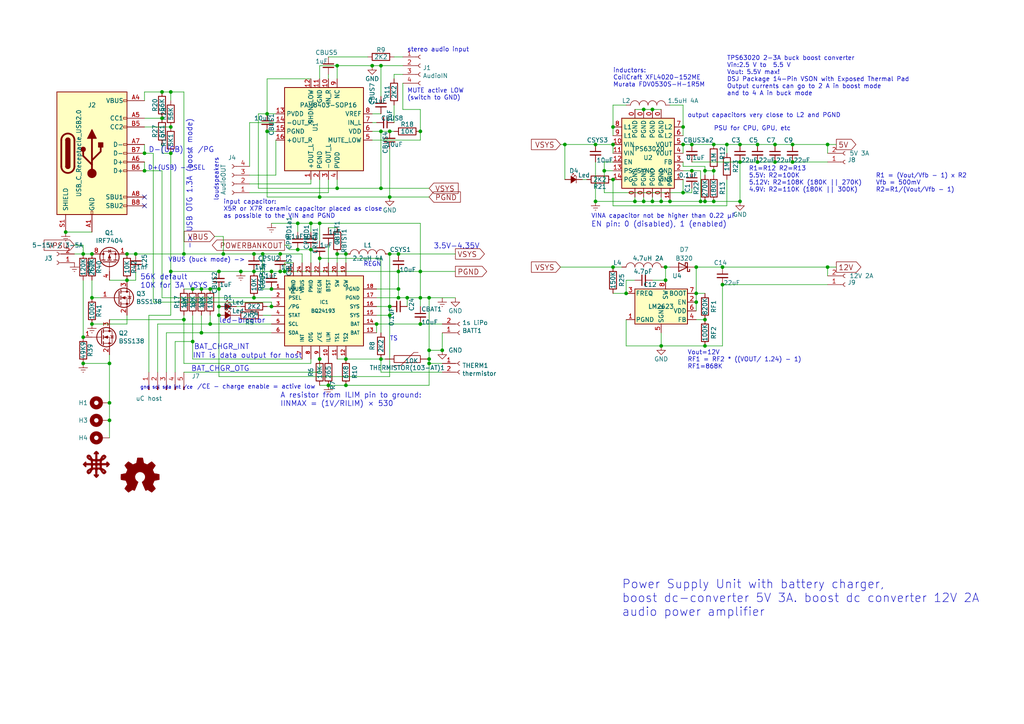
<source format=kicad_sch>
(kicad_sch (version 20220404) (generator eeschema)
  (paper "A4")
  (lib_symbols
    (symbol "BalthazarPSU2-rescue:BALTHAZA_LOGO_SMALL-Graphic" (pin_names (offset 1.016)))
    (symbol "BalthazarPSU2-rescue:BQ24193-BalthazarPSU-rescue-BalthazarPSU-rescue" (pin_names (offset 1.016))
      (property "Reference" "IC" (at -10.16 11.43 0))
      (property "Value" "BQ24193-BalthazarPSU-rescue-BalthazarPSU-rescue" (at 7.62 0 0))
      (symbol "BQ24193-BalthazarPSU-rescue-BalthazarPSU-rescue_1_1"
        (pin power_in line (at -15.24 6.35 0) (length 3.81) (name "VBUS") (number "1"))
        (pin input line (at 1.27 -13.97 90) (length 3.81) (name "ILIM") (number "10"))
        (pin tri_state line (at 3.81 -13.97 90) (length 3.81) (name "TS1") (number "11"))
        (pin input line (at 6.35 -13.97 90) (length 3.81) (name "TS2") (number "12"))
        (pin output line (at 15.24 -6.35 180) (length 3.81) (name "BAT") (number "13"))
        (pin output line (at 15.24 -3.81 180) (length 3.81) (name "BAT") (number "14"))
        (pin output line (at 15.24 -1.27 180) (length 3.81) (name "SYS") (number "15"))
        (pin output line (at 15.24 1.27 180) (length 3.81) (name "SYS") (number "16"))
        (pin power_out line (at 15.24 3.81 180) (length 3.81) (name "PGND") (number "17"))
        (pin power_out line (at 15.24 6.35 180) (length 3.81) (name "PGND") (number "18"))
        (pin output line (at 6.35 13.97 270) (length 3.81) (name "SW") (number "19"))
        (pin input line (at -15.24 3.81 0) (length 3.81) (name "PSEL") (number "2"))
        (pin output line (at 3.81 13.97 270) (length 3.81) (name "SW") (number "20"))
        (pin output line (at 1.27 13.97 270) (length 3.81) (name "BTST") (number "21"))
        (pin output line (at -1.27 13.97 270) (length 3.81) (name "REGN") (number "22"))
        (pin output line (at -3.81 13.97 270) (length 3.81) (name "PMID") (number "23"))
        (pin power_in line (at -6.35 13.97 270) (length 3.81) (name "VBUS") (number "24"))
        (pin power_out line (at -8.89 13.97 270) (length 3.81) (name "PGND") (number "25"))
        (pin output line (at -15.24 1.27 0) (length 3.81) (name "/PG") (number "3"))
        (pin output line (at -15.24 -1.27 0) (length 3.81) (name "STAT") (number "4"))
        (pin bidirectional line (at -15.24 -3.81 0) (length 3.81) (name "SCL") (number "5"))
        (pin bidirectional line (at -15.24 -6.35 0) (length 3.81) (name "SDA") (number "6"))
        (pin output line (at -6.35 -13.97 90) (length 3.81) (name "INT") (number "7"))
        (pin input line (at -3.81 -13.97 90) (length 3.81) (name "OTG") (number "8"))
        (pin input line (at -1.27 -13.97 90) (length 3.81) (name "/CE") (number "9"))
      )
    )
    (symbol "BalthazarPSU2-rescue:INDUCTOR_SMALL-BalthazarPSU-rescue-BalthazarPSU-rescue" (pin_numbers hide) (pin_names (offset 0) hide)
      (property "Reference" "L" (at 0 2.54 0))
      (property "Value" "INDUCTOR_SMALL-BalthazarPSU-rescue-BalthazarPSU-rescue" (at 0 -1.27 0))
      (symbol "INDUCTOR_SMALL-BalthazarPSU-rescue-BalthazarPSU-rescue_1_1"
        (pin input line (at -6.35 0 0) (length 1.27) (name "1") (number "1"))
        (pin input line (at 6.35 0 180) (length 1.27) (name "2") (number "2"))
      )
    )
    (symbol "BalthazarPSU2-rescue:Led_Small-BalthazarPSU-rescue-BalthazarPSU-rescue" (pin_numbers hide) (pin_names (offset 0.254) hide)
      (property "Reference" "D" (at -1.27 2.54 0))
      (property "Value" "Led_Small-BalthazarPSU-rescue-BalthazarPSU-rescue" (at -3.81 -2.032 0))
      (symbol "Led_Small-BalthazarPSU-rescue-BalthazarPSU-rescue_1_1"
        (pin passive line (at -2.54 0 0) (length 1.778) (name "A") (number "1"))
        (pin passive line (at 2.54 0 180) (length 1.778) (name "C") (number "2"))
      )
    )
    (symbol "BalthazarPSU2-rescue:PAM8403-SOP16-Analog"
      (property "Reference" "U" (at -12.7 12.7 0))
      (property "Value" "PAM8403-SOP16-Analog" (at 5.08 12.7 0))
      (symbol "PAM8403-SOP16-Analog_1_1"
        (pin output line (at -15.24 3.81 0) (length 2.54) (name "+OUT_L") (number "1"))
        (pin input line (at 13.97 -1.27 180) (length 2.54) (name "IN_R") (number "10"))
        (pin output line (at 13.97 1.27 180) (length 2.54) (name "GND") (number "11"))
        (pin input line (at 13.97 3.81 180) (length 2.54) (name "SHDN_LOW") (number "12"))
        (pin power_in line (at 3.81 13.97 270) (length 2.54) (name "PVDD") (number "13"))
        (pin output line (at 1.27 13.97 270) (length 2.54) (name "-OUT_R") (number "14"))
        (pin output line (at -1.27 13.97 270) (length 2.54) (name "PGND") (number "15"))
        (pin output line (at -3.81 13.97 270) (length 2.54) (name "+OUT_R") (number "16"))
        (pin output line (at -15.24 1.27 0) (length 2.54) (name "PGND") (number "2"))
        (pin output line (at -15.24 -1.27 0) (length 2.54) (name "-OUT_L") (number "3"))
        (pin power_in line (at -15.24 -3.81 0) (length 2.54) (name "PVDD") (number "4"))
        (pin input line (at -3.81 -13.97 90) (length 2.54) (name "MUTE_LOW") (number "5"))
        (pin power_in line (at -1.27 -13.97 90) (length 2.54) (name "VDD") (number "6"))
        (pin input line (at 1.27 -13.97 90) (length 2.54) (name "IN_L") (number "7"))
        (pin power_in line (at 3.81 -13.97 90) (length 2.54) (name "VREF") (number "8"))
        (pin output line (at 13.97 -3.81 180) (length 2.54) (name "NC") (number "9"))
      )
    )
    (symbol "BalthazarPSU2-rescue:THERMISTOR-BalthazarPSU-rescue-BalthazarPSU-rescue" (pin_numbers hide) (pin_names (offset 0))
      (property "Reference" "TH" (at 2.54 1.27 90))
      (property "Value" "THERMISTOR-BalthazarPSU-rescue-BalthazarPSU-rescue" (at -2.54 0 90))
      (symbol "THERMISTOR-BalthazarPSU-rescue-BalthazarPSU-rescue_0_1"
        (text "-" (at 1.905 -3.81 900) (effects (font (size 1.524 1.524))))
      )
      (symbol "THERMISTOR-BalthazarPSU-rescue-BalthazarPSU-rescue_1_1"
        (pin passive line (at 0 6.35 270) (length 2.54) (name "~") (number "1"))
        (pin passive line (at 0 -6.35 90) (length 2.54) (name "~") (number "2"))
      )
    )
    (symbol "BalthazarPSU2-rescue:TPS63020-Regulator_Switching"
      (property "Reference" "U" (at -7.62 13.97 0))
      (property "Value" "TPS63020-Regulator_Switching" (at 2.54 13.97 0))
      (symbol "TPS63020-Regulator_Switching_1_1"
        (pin power_out line (at -3.81 -10.16 90) (length 2.54) (name "PGND") (number "0"))
        (pin power_out line (at -3.81 15.24 270) (length 2.54) (name "PGND") (number "0"))
        (pin power_out line (at -1.27 -10.16 90) (length 2.54) (name "PGND") (number "0"))
        (pin power_out line (at -1.27 15.24 270) (length 2.54) (name "PGND") (number "0"))
        (pin power_out line (at 1.27 -10.16 90) (length 2.54) (name "PGND") (number "0"))
        (pin power_out line (at 1.27 15.24 270) (length 2.54) (name "PGND") (number "0"))
        (pin power_out line (at 3.81 -10.16 90) (length 2.54) (name "PGND") (number "0"))
        (pin power_out line (at 3.81 15.24 270) (length 2.54) (name "PGND") (number "0"))
        (pin input line (at -10.16 10.16 0) (length 2.54) (name "VINA") (number "1"))
        (pin power_in line (at 10.16 0 180) (length 2.54) (name "VIN") (number "10"))
        (pin power_in line (at 10.16 2.54 180) (length 2.54) (name "VIN") (number "11"))
        (pin power_in line (at 10.16 5.08 180) (length 2.54) (name "EN") (number "12"))
        (pin input line (at 10.16 7.62 180) (length 2.54) (name "PS/SYNC") (number "13"))
        (pin input line (at 10.16 10.16 180) (length 2.54) (name "PG") (number "14"))
        (pin power_out line (at -6.35 16.51 270) (length 3.81) (name "PGND") (number "15"))
        (pin power_in line (at -10.16 7.62 0) (length 2.54) (name "GND") (number "2"))
        (pin input line (at -10.16 5.08 0) (length 2.54) (name "FB") (number "3"))
        (pin power_out line (at -10.16 2.54 0) (length 2.54) (name "VOUT") (number "4"))
        (pin power_out line (at -10.16 0 0) (length 2.54) (name "VOUT") (number "5"))
        (pin power_in line (at -10.16 -2.54 0) (length 2.54) (name "L2") (number "6"))
        (pin power_in line (at -10.16 -5.08 0) (length 2.54) (name "L2") (number "7"))
        (pin power_out line (at 10.16 -5.08 180) (length 2.54) (name "L1") (number "8"))
        (pin power_out line (at 10.16 -2.54 180) (length 2.54) (name "L1") (number "9"))
      )
    )
    (symbol "BalthazarPSU2-rescue:USB_C_Receptacle_USB2.0-Connector" (pin_names (offset 1.016))
      (property "Reference" "J" (at -10.16 19.05 0))
      (property "Value" "USB_C_Receptacle_USB2.0-Connector" (at 19.05 19.05 0))
      (symbol "USB_C_Receptacle_USB2.0-Connector_1_1"
        (pin power_in line (at 0 -22.86 90) (length 5.08) (name "GND") (number "A1"))
        (pin passive line (at 0 -22.86 90) (length 5.08) hide (name "GND") (number "A12"))
        (pin power_in line (at 15.24 15.24 180) (length 5.08) (name "VBUS") (number "A4"))
        (pin bidirectional line (at 15.24 10.16 180) (length 5.08) (name "CC1") (number "A5"))
        (pin bidirectional line (at 15.24 -2.54 180) (length 5.08) (name "D+") (number "A6"))
        (pin bidirectional line (at 15.24 2.54 180) (length 5.08) (name "D-") (number "A7"))
        (pin bidirectional line (at 15.24 -12.7 180) (length 5.08) (name "SBU1") (number "A8"))
        (pin passive line (at 15.24 15.24 180) (length 5.08) hide (name "VBUS") (number "A9"))
        (pin passive line (at 0 -22.86 90) (length 5.08) hide (name "GND") (number "B1"))
        (pin passive line (at 0 -22.86 90) (length 5.08) hide (name "GND") (number "B12"))
        (pin passive line (at 15.24 15.24 180) (length 5.08) hide (name "VBUS") (number "B4"))
        (pin bidirectional line (at 15.24 7.62 180) (length 5.08) (name "CC2") (number "B5"))
        (pin bidirectional line (at 15.24 -5.08 180) (length 5.08) (name "D+") (number "B6"))
        (pin bidirectional line (at 15.24 0 180) (length 5.08) (name "D-") (number "B7"))
        (pin bidirectional line (at 15.24 -15.24 180) (length 5.08) (name "SBU2") (number "B8"))
        (pin passive line (at 15.24 15.24 180) (length 5.08) hide (name "VBUS") (number "B9"))
        (pin passive line (at -7.62 -22.86 90) (length 5.08) (name "SHIELD") (number "S1"))
      )
    )
    (symbol "Connector:Conn_01x02_Female" (pin_names (offset 1.016) hide)
      (property "Reference" "J" (at 0 2.54 0))
      (property "Value" "Conn_01x02_Female" (at 0 -5.08 0))
      (symbol "Conn_01x02_Female_1_1"
        (pin passive line (at -5.08 0 0) (length 3.81) (name "Pin_1") (number "1"))
        (pin passive line (at -5.08 -2.54 0) (length 3.81) (name "Pin_2") (number "2"))
      )
    )
    (symbol "Connector:Conn_01x04_Female" (pin_names (offset 1.016) hide)
      (property "Reference" "J" (at 0 5.08 0))
      (property "Value" "Conn_01x04_Female" (at 0 -7.62 0))
      (symbol "Conn_01x04_Female_1_1"
        (pin passive line (at -5.08 2.54 0) (length 3.81) (name "Pin_1") (number "1"))
        (pin passive line (at -5.08 0 0) (length 3.81) (name "Pin_2") (number "2"))
        (pin passive line (at -5.08 -2.54 0) (length 3.81) (name "Pin_3") (number "3"))
        (pin passive line (at -5.08 -5.08 0) (length 3.81) (name "Pin_4") (number "4"))
      )
    )
    (symbol "Connector:Conn_01x05_Male" (pin_names (offset 1.016) hide)
      (property "Reference" "J" (at 0 7.62 0))
      (property "Value" "Conn_01x05_Male" (at 0 -7.62 0))
      (symbol "Conn_01x05_Male_1_1"
        (pin passive line (at 5.08 5.08 180) (length 3.81) (name "Pin_1") (number "1"))
        (pin passive line (at 5.08 2.54 180) (length 3.81) (name "Pin_2") (number "2"))
        (pin passive line (at 5.08 0 180) (length 3.81) (name "Pin_3") (number "3"))
        (pin passive line (at 5.08 -2.54 180) (length 3.81) (name "Pin_4") (number "4"))
        (pin passive line (at 5.08 -5.08 180) (length 3.81) (name "Pin_5") (number "5"))
      )
    )
    (symbol "Device:C_Small" (pin_numbers hide) (pin_names (offset 0.254) hide)
      (property "Reference" "C" (at 0.254 1.778 0))
      (property "Value" "C_Small" (at 0.254 -2.032 0))
      (symbol "C_Small_1_1"
        (pin passive line (at 0 2.54 270) (length 2.032) (name "~") (number "1"))
        (pin passive line (at 0 -2.54 90) (length 2.032) (name "~") (number "2"))
      )
    )
    (symbol "Device:R" (pin_numbers hide) (pin_names (offset 0))
      (property "Reference" "R" (at 2.032 0 90))
      (property "Value" "R" (at 0 0 90))
      (symbol "R_1_1"
        (pin passive line (at 0 3.81 270) (length 1.27) (name "~") (number "1"))
        (pin passive line (at 0 -3.81 90) (length 1.27) (name "~") (number "2"))
      )
    )
    (symbol "Diode:B220" (pin_numbers hide) (pin_names (offset 1.016) hide)
      (property "Reference" "D" (at 0 2.54 0))
      (property "Value" "B220" (at 0 -2.54 0))
      (symbol "B220_1_1"
        (pin passive line (at -3.81 0 0) (length 2.54) (name "K") (number "1"))
        (pin passive line (at 3.81 0 180) (length 2.54) (name "A") (number "2"))
      )
    )
    (symbol "Graphic:Logo_Open_Hardware_Small" (pin_names (offset 1.016)))
    (symbol "Mechanical:MountingHole_Pad" (pin_numbers hide) (pin_names (offset 1.016) hide)
      (property "Reference" "H" (at 0 6.35 0))
      (property "Value" "MountingHole_Pad" (at 0 4.445 0))
      (symbol "MountingHole_Pad_1_1"
        (pin input line (at 0 -2.54 90) (length 2.54) (name "1") (number "1"))
      )
    )
    (symbol "PSU3:LM2623_SOIC8_VSSOP8" (pin_names (offset 0.254))
      (property "Reference" "U4" (at 3.2259 8.89 0))
      (property "Value" "LM2623_SOIC8_VSSOP8" (at -17.78 16.51 0))
      (symbol "LM2623_SOIC8_VSSOP8_1_1"
        (pin passive line (at -10.16 -3.81 0) (length 2.54) (name "PGND") (number "1"))
        (pin passive line (at 10.16 1.27 180) (length 2.54) (name "EN") (number "2"))
        (pin power_in line (at -10.16 3.81 0) (length 2.54) (name "FREQ") (number "3"))
        (pin power_in line (at 10.16 -3.81 180) (length 2.54) (name "FB") (number "4"))
        (pin power_out line (at 0 -7.62 90) (length 2.54) (name "SGND") (number "5"))
        (pin input line (at 10.16 -1.27 180) (length 2.54) (name "VDD") (number "6"))
        (pin output line (at 10.16 3.81 180) (length 2.54) (name "BOOT") (number "7"))
        (pin input line (at 1.27 7.62 270) (length 2.54) (name "SW") (number "8"))
      )
    )
    (symbol "Transistor_FET:BSS138" (pin_names hide)
      (property "Reference" "Q" (at 5.08 1.905 0))
      (property "Value" "BSS138" (at 5.08 0 0))
      (symbol "BSS138_1_1"
        (pin input line (at -5.08 0 0) (length 2.54) (name "G") (number "1"))
        (pin passive line (at 2.54 -5.08 90) (length 2.54) (name "S") (number "2"))
        (pin passive line (at 2.54 5.08 270) (length 2.54) (name "D") (number "3"))
      )
    )
    (symbol "Transistor_FET:IRF7404" (pin_names hide)
      (property "Reference" "Q" (at 5.08 1.905 0))
      (property "Value" "IRF7404" (at 5.08 0 0))
      (symbol "IRF7404_1_1"
        (pin passive line (at 2.54 -5.08 90) (length 2.54) (name "S") (number "1"))
        (pin passive line (at 2.54 -5.08 90) (length 2.54) hide (name "S") (number "2"))
        (pin passive line (at 2.54 -5.08 90) (length 2.54) hide (name "S") (number "3"))
        (pin passive line (at -5.08 0 0) (length 2.54) (name "G") (number "4"))
        (pin passive line (at 2.54 5.08 270) (length 2.54) hide (name "D") (number "5"))
        (pin passive line (at 2.54 5.08 270) (length 2.54) hide (name "D") (number "6"))
        (pin passive line (at 2.54 5.08 270) (length 2.54) hide (name "D") (number "7"))
        (pin passive line (at 2.54 5.08 270) (length 2.54) (name "D") (number "8"))
      )
    )
    (symbol "power:Earth" (power) (pin_names (offset 0))
      (symbol "Earth_1_1"
        (pin power_in line (at 0 0 270) (length 0) hide (name "Earth") (number "1"))
      )
    )
    (symbol "power:GND" (power) (pin_names (offset 0))
      (property "Value" "GND" (at 0 -3.81 0))
      (symbol "GND_1_1"
        (pin power_in line (at 0 0 270) (length 0) hide (name "GND") (number "1"))
      )
    )
  )
  (junction (at 31.75 121.92))
  (junction (at 198.12 55.88))
  (junction (at 55.88 83.82))
  (junction (at 49.53 44.45))
  (junction (at 90.17 72.39))
  (junction (at 219.71 46.99))
  (junction (at 198.12 36.83))
  (junction (at 186.69 31.75))
  (junction (at 107.95 19.05))
  (junction (at 204.47 100.33))
  (junction (at 194.31 58.42))
  (junction (at 121.92 78.74))
  (junction (at 118.11 86.36))
  (junction (at 60.96 83.82))
  (junction (at 100.33 73.66))
  (junction (at 191.77 58.42))
  (junction (at 73.66 73.66))
  (junction (at 113.03 38.1))
  (junction (at 55.88 99.06))
  (junction (at 110.49 104.14))
  (junction (at 175.26 49.53))
  (junction (at 53.34 92.71))
  (junction (at 201.93 87.63))
  (junction (at 229.87 41.91))
  (junction (at 81.28 73.66))
  (junction (at 224.79 46.99))
  (junction (at 189.23 31.75))
  (junction (at 128.27 101.6))
  (junction (at 60.96 93.98))
  (junction (at 177.8 52.07))
  (junction (at 78.74 83.82))
  (junction (at 200.66 41.91))
  (junction (at 90.17 64.77))
  (junction (at 198.12 41.91))
  (junction (at 204.47 49.53))
  (junction (at 193.04 77.47))
  (junction (at 204.47 92.71))
  (junction (at 24.13 105.41))
  (junction (at 73.66 86.36))
  (junction (at 63.5 83.82))
  (junction (at 181.61 85.09))
  (junction (at 124.46 101.6))
  (junction (at 36.83 73.66))
  (junction (at 177.8 77.47))
  (junction (at 184.15 58.42))
  (junction (at 110.49 54.61))
  (junction (at 81.28 78.74))
  (junction (at 177.8 36.83))
  (junction (at 86.36 72.39))
  (junction (at 97.79 19.05))
  (junction (at 177.8 41.91))
  (junction (at 115.57 78.74))
  (junction (at 163.83 41.91))
  (junction (at 100.33 111.76))
  (junction (at 209.55 82.55))
  (junction (at 207.01 49.53))
  (junction (at 46.99 26.67))
  (junction (at 113.03 91.44))
  (junction (at 53.34 73.66))
  (junction (at 210.82 41.91))
  (junction (at 73.66 78.74))
  (junction (at 189.23 58.42))
  (junction (at 109.22 93.98))
  (junction (at 63.5 78.74))
  (junction (at 39.37 73.66))
  (junction (at 214.63 41.91))
  (junction (at 78.74 88.9))
  (junction (at 115.57 73.66))
  (junction (at 77.47 38.1))
  (junction (at 193.04 81.28))
  (junction (at 97.79 73.66))
  (junction (at 31.75 105.41))
  (junction (at 124.46 105.41))
  (junction (at 24.13 97.79))
  (junction (at 63.5 91.44))
  (junction (at 121.92 86.36))
  (junction (at 207.01 41.91))
  (junction (at 49.53 26.67))
  (junction (at 224.79 41.91))
  (junction (at 86.36 64.77))
  (junction (at 172.72 41.91))
  (junction (at 186.69 58.42))
  (junction (at 115.57 83.82))
  (junction (at 58.42 83.82))
  (junction (at 124.46 104.14))
  (junction (at 76.2 73.66))
  (junction (at 203.2 58.42))
  (junction (at 209.55 77.47))
  (junction (at 201.93 85.09))
  (junction (at 26.67 86.36))
  (junction (at 191.77 100.33))
  (junction (at 49.53 78.74))
  (junction (at 240.03 77.47))
  (junction (at 124.46 86.36))
  (junction (at 77.47 33.02))
  (junction (at 121.92 38.1))
  (junction (at 113.03 88.9))
  (junction (at 172.72 58.42))
  (junction (at 63.5 88.9))
  (junction (at 36.83 81.28))
  (junction (at 64.77 73.66))
  (junction (at 200.66 49.53))
  (junction (at 78.74 78.74))
  (junction (at 41.91 44.45))
  (junction (at 92.71 57.15))
  (junction (at 207.01 58.42))
  (junction (at 113.03 73.66))
  (junction (at 219.71 41.91))
  (junction (at 110.49 19.05))
  (junction (at 31.75 116.84))
  (junction (at 92.71 64.77))
  (junction (at 26.67 93.98))
  (junction (at 92.71 104.14))
  (junction (at 92.71 74.93))
  (junction (at 204.47 58.42))
  (junction (at 113.03 57.15))
  (junction (at 82.55 78.74))
  (junction (at 214.63 58.42))
  (junction (at 19.05 67.31))
  (junction (at 201.93 77.47))
  (junction (at 110.49 38.1))
  (junction (at 97.79 54.61))
  (junction (at 95.25 111.76))
  (junction (at 46.99 34.29))
  (junction (at 58.42 96.52))
  (junction (at 115.57 86.36))
  (junction (at 69.85 78.74))
  (junction (at 121.92 93.98))
  (junction (at 41.91 49.53))
  (junction (at 49.53 36.83))
  (junction (at 24.13 73.66))
  (junction (at 100.33 104.14))
  (junction (at 26.67 73.66))
  (junction (at 229.87 46.99))
  (junction (at 240.03 41.91))
  (junction (at 214.63 46.99))
  (no_connect (at 41.91 57.15))
  (no_connect (at 41.91 59.69))
  (wire (pts (xy 113.03 73.66) (xy 115.57 73.66)))
  (wire (pts (xy 219.71 46.99) (xy 224.79 46.99)))
  (wire (pts (xy 31.75 81.28) (xy 36.83 81.28)))
  (wire (pts (xy 90.17 104.14) (xy 90.17 105.41)))
  (wire (pts (xy 175.26 46.99) (xy 175.26 49.53)))
  (wire (pts (xy 72.39 53.34) (xy 90.17 53.34)))
  (wire (pts (xy 46.99 86.36) (xy 46.99 49.53)))
  (wire (pts (xy 64.77 73.66) (xy 73.66 73.66)))
  (wire (pts (xy 177.8 41.91) (xy 177.8 44.45)))
  (wire (pts (xy 189.23 57.15) (xy 189.23 58.42)))
  (wire (pts (xy 191.77 58.42) (xy 194.31 58.42)))
  (wire (pts (xy 24.13 73.66) (xy 26.67 73.66)))
  (wire (pts (xy 110.49 19.05) (xy 116.84 19.05)))
  (wire (pts (xy 177.8 59.69) (xy 210.82 59.69)))
  (wire (pts (xy 177.8 52.07) (xy 177.8 59.69)))
  (wire (pts (xy 181.61 100.33) (xy 191.77 100.33)))
  (wire (pts (xy 63.5 83.82) (xy 63.5 88.9)))
  (wire (pts (xy 73.66 78.74) (xy 78.74 78.74)))
  (wire (pts (xy 110.49 107.95) (xy 128.27 107.95)))
  (wire (pts (xy 121.92 88.9) (xy 121.92 86.36)))
  (wire (pts (xy 62.23 68.58) (xy 64.77 68.58)))
  (wire (pts (xy 97.79 19.05) (xy 107.95 19.05)))
  (wire (pts (xy 219.71 41.91) (xy 224.79 41.91)))
  (wire (pts (xy 76.2 83.82) (xy 76.2 73.66)))
  (wire (pts (xy 53.34 83.82) (xy 55.88 83.82)))
  (wire (pts (xy 177.8 49.53) (xy 175.26 49.53)))
  (wire (pts (xy 124.46 104.14) (xy 124.46 101.6)))
  (wire (pts (xy 100.33 111.76) (xy 124.46 111.76)))
  (wire (pts (xy 92.71 64.77) (xy 92.71 69.85)))
  (wire (pts (xy 46.99 26.67) (xy 49.53 26.67)))
  (wire (pts (xy 177.8 85.09) (xy 181.61 85.09)))
  (wire (pts (xy 109.22 86.36) (xy 115.57 86.36)))
  (wire (pts (xy 53.34 92.71) (xy 53.34 105.41)))
  (wire (pts (xy 163.83 41.91) (xy 172.72 41.91)))
  (wire (pts (xy 189.23 31.75) (xy 191.77 31.75)))
  (wire (pts (xy 73.66 86.36) (xy 46.99 86.36)))
  (wire (pts (xy 240.03 44.45) (xy 240.03 41.91)))
  (wire (pts (xy 74.93 54.61) (xy 74.93 33.02)))
  (wire (pts (xy 184.15 81.28) (xy 181.61 81.28)))
  (wire (pts (xy 90.17 22.86) (xy 77.47 22.86)))
  (wire (pts (xy 21.59 71.12) (xy 24.13 71.12)))
  (wire (pts (xy 124.46 101.6) (xy 128.27 101.6)))
  (wire (pts (xy 76.2 73.66) (xy 81.28 73.66)))
  (wire (pts (xy 92.71 52.07) (xy 92.71 57.15)))
  (wire (pts (xy 83.82 72.39) (xy 83.82 71.12)))
  (wire (pts (xy 95.25 66.04) (xy 97.79 66.04)))
  (wire (pts (xy 189.23 81.28) (xy 193.04 81.28)))
  (wire (pts (xy 203.2 49.53) (xy 203.2 58.42)))
  (wire (pts (xy 110.49 107.95) (xy 110.49 104.14)))
  (wire (pts (xy 107.95 40.64) (xy 121.92 40.64)))
  (wire (pts (xy 86.36 64.77) (xy 90.17 64.77)))
  (wire (pts (xy 210.82 41.91) (xy 214.63 41.91)))
  (wire (pts (xy 113.03 109.22) (xy 113.03 91.44)))
  (wire (pts (xy 110.49 38.1) (xy 110.49 54.61)))
  (wire (pts (xy 60.96 83.82) (xy 63.5 83.82)))
  (wire (pts (xy 21.59 73.66) (xy 24.13 73.66)))
  (wire (pts (xy 78.74 78.74) (xy 81.28 78.74)))
  (wire (pts (xy 204.47 49.53) (xy 207.01 49.53)))
  (wire (pts (xy 72.39 55.88) (xy 95.25 55.88)))
  (wire (pts (xy 97.79 54.61) (xy 74.93 54.61)))
  (wire (pts (xy 49.53 78.74) (xy 63.5 78.74)))
  (wire (pts (xy 114.3 21.59) (xy 116.84 21.59)))
  (wire (pts (xy 177.8 77.47) (xy 180.34 77.47)))
  (wire (pts (xy 24.13 105.41) (xy 31.75 105.41)))
  (wire (pts (xy 31.75 105.41) (xy 31.75 102.87)))
  (wire (pts (xy 49.53 44.45) (xy 49.53 78.74)))
  (wire (pts (xy 44.45 44.45) (xy 44.45 87.63)))
  (wire (pts (xy 109.22 83.82) (xy 115.57 83.82)))
  (wire (pts (xy 110.49 38.1) (xy 113.03 38.1)))
  (wire (pts (xy 82.55 78.74) (xy 115.57 78.74)))
  (wire (pts (xy 45.72 93.98) (xy 45.72 107.95)))
  (wire (pts (xy 175.26 49.53) (xy 175.26 55.88)))
  (wire (pts (xy 204.47 49.53) (xy 204.47 50.8)))
  (wire (pts (xy 97.79 104.14) (xy 100.33 104.14)))
  (wire (pts (xy 48.26 96.52) (xy 48.26 107.95)))
  (wire (pts (xy 181.61 30.48) (xy 177.8 30.48)))
  (wire (pts (xy 198.12 41.91) (xy 200.66 41.91)))
  (wire (pts (xy 90.17 53.34) (xy 90.17 52.07)))
  (wire (pts (xy 50.8 99.06) (xy 50.8 107.95)))
  (wire (pts (xy 82.55 76.2) (xy 82.55 78.74)))
  (wire (pts (xy 95.25 111.76) (xy 100.33 111.76)))
  (wire (pts (xy 90.17 72.39) (xy 90.17 76.2)))
  (wire (pts (xy 224.79 41.91) (xy 229.87 41.91)))
  (wire (pts (xy 97.79 73.66) (xy 100.33 73.66)))
  (wire (pts (xy 83.82 71.12) (xy 82.55 71.12)))
  (wire (pts (xy 184.15 57.15) (xy 184.15 58.42)))
  (wire (pts (xy 210.82 44.45) (xy 210.82 41.91)))
  (wire (pts (xy 177.8 36.83) (xy 177.8 39.37)))
  (wire (pts (xy 201.93 92.71) (xy 204.47 92.71)))
  (wire (pts (xy 55.88 83.82) (xy 58.42 83.82)))
  (wire (pts (xy 55.88 104.14) (xy 87.63 104.14)))
  (wire (pts (xy 73.66 86.36) (xy 78.74 86.36)))
  (wire (pts (xy 95.25 71.12) (xy 95.25 76.2)))
  (wire (pts (xy 46.99 44.45) (xy 49.53 44.45)))
  (wire (pts (xy 214.63 58.42) (xy 214.63 46.99)))
  (wire (pts (xy 72.39 35.56) (xy 72.39 48.26)))
  (wire (pts (xy 63.5 88.9) (xy 63.5 91.44)))
  (wire (pts (xy 46.99 41.91) (xy 46.99 44.45)))
  (wire (pts (xy 68.58 88.9) (xy 69.85 88.9)))
  (wire (pts (xy 85.09 76.2) (xy 82.55 76.2)))
  (wire (pts (xy 92.71 107.95) (xy 53.34 107.95)))
  (wire (pts (xy 77.47 33.02) (xy 80.01 33.02)))
  (wire (pts (xy 49.53 78.74) (xy 49.53 91.44)))
  (wire (pts (xy 78.74 87.63) (xy 44.45 87.63)))
  (wire (pts (xy 200.66 49.53) (xy 203.2 49.53)))
  (wire (pts (xy 113.03 91.44) (xy 109.22 91.44)))
  (wire (pts (xy 95.25 111.76) (xy 92.71 111.76)))
  (wire (pts (xy 128.27 105.41) (xy 124.46 105.41)))
  (wire (pts (xy 41.91 36.83) (xy 49.53 36.83)))
  (wire (pts (xy 201.93 77.47) (xy 209.55 77.47)))
  (wire (pts (xy 115.57 73.66) (xy 132.08 73.66)))
  (wire (pts (xy 124.46 105.41) (xy 124.46 104.14)))
  (wire (pts (xy 76.2 91.44) (xy 78.74 91.44)))
  (wire (pts (xy 184.15 31.75) (xy 186.69 31.75)))
  (wire (pts (xy 163.83 52.07) (xy 163.83 41.91)))
  (wire (pts (xy 86.36 72.39) (xy 83.82 72.39)))
  (wire (pts (xy 72.39 35.56) (xy 80.01 35.56)))
  (wire (pts (xy 181.61 92.71) (xy 181.61 100.33)))
  (wire (pts (xy 78.74 83.82) (xy 76.2 83.82)))
  (wire (pts (xy 95.25 55.88) (xy 95.25 52.07)))
  (wire (pts (xy 113.03 57.15) (xy 124.46 57.15)))
  (wire (pts (xy 81.28 73.66) (xy 87.63 73.66)))
  (wire (pts (xy 214.63 41.91) (xy 219.71 41.91)))
  (wire (pts (xy 193.04 77.47) (xy 193.04 81.28)))
  (wire (pts (xy 198.12 55.88) (xy 198.12 52.07)))
  (wire (pts (xy 124.46 101.6) (xy 124.46 86.36)))
  (wire (pts (xy 19.05 67.31) (xy 26.67 67.31)))
  (wire (pts (xy 116.84 31.75) (xy 121.92 31.75)))
  (wire (pts (xy 121.92 31.75) (xy 121.92 38.1)))
  (wire (pts (xy 121.92 93.98) (xy 128.27 93.98)))
  (wire (pts (xy 214.63 46.99) (xy 219.71 46.99)))
  (wire (pts (xy 24.13 71.12) (xy 24.13 73.66)))
  (wire (pts (xy 121.92 86.36) (xy 118.11 86.36)))
  (wire (pts (xy 210.82 52.07) (xy 210.82 59.69)))
  (wire (pts (xy 97.79 73.66) (xy 97.79 76.2)))
  (wire (pts (xy 209.55 82.55) (xy 240.03 82.55)))
  (wire (pts (xy 41.91 34.29) (xy 46.99 34.29)))
  (wire (pts (xy 36.83 93.98) (xy 36.83 91.44)))
  (wire (pts (xy 90.17 72.39) (xy 86.36 72.39)))
  (wire (pts (xy 113.03 73.66) (xy 113.03 88.9)))
  (wire (pts (xy 172.72 58.42) (xy 184.15 58.42)))
  (wire (pts (xy 177.8 46.99) (xy 175.26 46.99)))
  (wire (pts (xy 53.34 73.66) (xy 64.77 73.66)))
  (wire (pts (xy 186.69 57.15) (xy 186.69 58.42)))
  (wire (pts (xy 87.63 73.66) (xy 87.63 76.2)))
  (wire (pts (xy 114.3 22.86) (xy 114.3 21.59)))
  (wire (pts (xy 77.47 38.1) (xy 77.47 57.15)))
  (wire (pts (xy 77.47 22.86) (xy 77.47 33.02)))
  (wire (pts (xy 203.2 58.42) (xy 204.47 58.42)))
  (wire (pts (xy 121.92 78.74) (xy 132.08 78.74)))
  (wire (pts (xy 204.47 100.33) (xy 209.55 100.33)))
  (wire (pts (xy 31.75 121.92) (xy 31.75 127)))
  (wire (pts (xy 81.28 78.74) (xy 82.55 78.74)))
  (wire (pts (xy 201.93 87.63) (xy 201.93 90.17)))
  (wire (pts (xy 97.79 54.61) (xy 110.49 54.61)))
  (wire (pts (xy 60.96 93.98) (xy 60.96 91.44)))
  (wire (pts (xy 86.36 67.31) (xy 86.36 64.77)))
  (wire (pts (xy 115.57 78.74) (xy 121.92 78.74)))
  (wire (pts (xy 191.77 96.52) (xy 191.77 100.33)))
  (wire (pts (xy 95.25 22.86) (xy 95.25 21.59)))
  (wire (pts (xy 186.69 58.42) (xy 189.23 58.42)))
  (wire (pts (xy 107.95 33.02) (xy 110.49 33.02)))
  (wire (pts (xy 198.12 39.37) (xy 198.12 36.83)))
  (wire (pts (xy 41.91 49.53) (xy 46.99 49.53)))
  (wire (pts (xy 49.53 26.67) (xy 53.34 26.67)))
  (wire (pts (xy 175.26 55.88) (xy 198.12 55.88)))
  (wire (pts (xy 63.5 109.22) (xy 63.5 91.44)))
  (wire (pts (xy 39.37 73.66) (xy 36.83 73.66)))
  (wire (pts (xy 26.67 81.28) (xy 26.67 86.36)))
  (wire (pts (xy 55.88 99.06) (xy 55.88 104.14)))
  (wire (pts (xy 198.12 55.88) (xy 200.66 55.88)))
  (wire (pts (xy 63.5 109.22) (xy 113.03 109.22)))
  (wire (pts (xy 209.55 100.33) (xy 209.55 82.55)))
  (wire (pts (xy 78.74 93.98) (xy 60.96 93.98)))
  (wire (pts (xy 80.01 38.1) (xy 77.47 38.1)))
  (wire (pts (xy 110.49 27.94) (xy 110.49 19.05)))
  (wire (pts (xy 107.95 38.1) (xy 110.49 38.1)))
  (wire (pts (xy 90.17 64.77) (xy 92.71 64.77)))
  (wire (pts (xy 118.11 88.9) (xy 118.11 86.36)))
  (wire (pts (xy 240.03 41.91) (xy 242.57 41.91)))
  (wire (pts (xy 24.13 81.28) (xy 24.13 97.79)))
  (wire (pts (xy 191.77 100.33) (xy 204.47 100.33)))
  (wire (pts (xy 36.83 81.28) (xy 39.37 81.28)))
  (wire (pts (xy 26.67 86.36) (xy 29.21 86.36)))
  (wire (pts (xy 194.31 77.47) (xy 193.04 77.47)))
  (wire (pts (xy 41.91 29.21) (xy 41.91 26.67)))
  (wire (pts (xy 194.31 30.48) (xy 198.12 30.48)))
  (wire (pts (xy 207.01 41.91) (xy 210.82 41.91)))
  (wire (pts (xy 191.77 57.15) (xy 191.77 58.42)))
  (wire (pts (xy 80.01 50.8) (xy 80.01 40.64)))
  (wire (pts (xy 168.91 52.07) (xy 170.18 52.07)))
  (wire (pts (xy 72.39 50.8) (xy 80.01 50.8)))
  (wire (pts (xy 109.22 93.98) (xy 121.92 93.98)))
  (wire (pts (xy 78.74 88.9) (xy 78.74 87.63)))
  (wire (pts (xy 58.42 83.82) (xy 60.96 83.82)))
  (wire (pts (xy 100.33 104.14) (xy 110.49 104.14)))
  (wire (pts (xy 113.03 88.9) (xy 113.03 91.44)))
  (wire (pts (xy 113.03 38.1) (xy 114.3 38.1)))
  (wire (pts (xy 49.53 91.44) (xy 43.18 91.44)))
  (wire (pts (xy 121.92 38.1) (xy 121.92 40.64)))
  (wire (pts (xy 78.74 64.77) (xy 86.36 64.77)))
  (wire (pts (xy 77.47 57.15) (xy 92.71 57.15)))
  (wire (pts (xy 124.46 111.76) (xy 124.46 105.41)))
  (wire (pts (xy 107.95 19.05) (xy 110.49 19.05)))
  (wire (pts (xy 92.71 104.14) (xy 92.71 107.95)))
  (wire (pts (xy 114.3 35.56) (xy 114.3 30.48)))
  (wire (pts (xy 198.12 44.45) (xy 198.12 41.91)))
  (wire (pts (xy 63.5 78.74) (xy 69.85 78.74)))
  (wire (pts (xy 53.34 26.67) (xy 53.34 73.66)))
  (wire (pts (xy 189.23 58.42) (xy 191.77 58.42)))
  (wire (pts (xy 200.66 46.99) (xy 214.63 46.99)))
  (wire (pts (xy 92.71 74.93) (xy 110.49 74.93)))
  (wire (pts (xy 229.87 46.99) (xy 240.03 46.99)))
  (wire (pts (xy 115.57 78.74) (xy 115.57 83.82)))
  (wire (pts (xy 121.92 78.74) (xy 121.92 64.77)))
  (wire (pts (xy 204.47 58.42) (xy 207.01 58.42)))
  (wire (pts (xy 162.56 77.47) (xy 177.8 77.47)))
  (wire (pts (xy 92.71 64.77) (xy 121.92 64.77)))
  (wire (pts (xy 113.03 88.9) (xy 109.22 88.9)))
  (wire (pts (xy 116.84 24.13) (xy 116.84 31.75)))
  (wire (pts (xy 162.56 41.91) (xy 163.83 41.91)))
  (wire (pts (xy 95.25 16.51) (xy 106.68 16.51)))
  (wire (pts (xy 198.12 48.26) (xy 204.47 48.26)))
  (wire (pts (xy 124.46 86.36) (xy 132.08 86.36)))
  (wire (pts (xy 121.92 86.36) (xy 124.46 86.36)))
  (wire (pts (xy 200.66 55.88) (xy 200.66 54.61)))
  (wire (pts (xy 200.66 41.91) (xy 207.01 41.91)))
  (wire (pts (xy 39.37 81.28) (xy 39.37 78.74)))
  (wire (pts (xy 110.49 74.93) (xy 110.49 96.52)))
  (wire (pts (xy 43.18 91.44) (xy 43.18 107.95)))
  (wire (pts (xy 128.27 101.6) (xy 128.27 96.52)))
  (wire (pts (xy 198.12 49.53) (xy 200.66 49.53)))
  (wire (pts (xy 207.01 58.42) (xy 214.63 58.42)))
  (wire (pts (xy 31.75 105.41) (xy 31.75 116.84)))
  (wire (pts (xy 39.37 73.66) (xy 53.34 73.66)))
  (wire (pts (xy 111.76 104.14) (xy 110.49 104.14)))
  (wire (pts (xy 41.91 26.67) (xy 46.99 26.67)))
  (wire (pts (xy 49.53 29.21) (xy 49.53 26.67)))
  (wire (pts (xy 77.47 88.9) (xy 78.74 88.9)))
  (wire (pts (xy 194.31 58.42) (xy 203.2 58.42)))
  (wire (pts (xy 109.22 96.52) (xy 109.22 93.98)))
  (wire (pts (xy 198.12 46.99) (xy 198.12 48.26)))
  (wire (pts (xy 90.17 64.77) (xy 90.17 67.31)))
  (wire (pts (xy 115.57 83.82) (xy 115.57 86.36)))
  (wire (pts (xy 26.67 93.98) (xy 36.83 93.98)))
  (wire (pts (xy 78.74 96.52) (xy 58.42 96.52)))
  (wire (pts (xy 113.03 43.18) (xy 113.03 57.15)))
  (wire (pts (xy 41.91 46.99) (xy 41.91 49.53)))
  (wire (pts (xy 107.95 35.56) (xy 109.22 35.56)))
  (wire (pts (xy 198.12 30.48) (xy 198.12 36.83)))
  (wire (pts (xy 201.93 85.09) (xy 201.93 77.47)))
  (wire (pts (xy 44.45 44.45) (xy 41.91 44.45)))
  (wire (pts (xy 48.26 96.52) (xy 58.42 96.52)))
  (wire (pts (xy 177.8 30.48) (xy 177.8 36.83)))
  (wire (pts (xy 110.49 54.61) (xy 124.46 54.61)))
  (wire (pts (xy 204.47 48.26) (xy 204.47 49.53)))
  (wire (pts (xy 207.01 50.8) (xy 207.01 49.53)))
  (wire (pts (xy 64.77 68.58) (xy 64.77 73.66)))
  (wire (pts (xy 209.55 77.47) (xy 240.03 77.47)))
  (wire (pts (xy 229.87 41.91) (xy 240.03 41.91)))
  (wire (pts (xy 92.71 74.93) (xy 92.71 76.2)))
  (wire (pts (xy 240.03 77.47) (xy 242.57 77.47)))
  (wire (pts (xy 118.11 86.36) (xy 115.57 86.36)))
  (wire (pts (xy 69.85 78.74) (xy 73.66 78.74)))
  (wire (pts (xy 201.93 85.09) (xy 204.47 85.09)))
  (wire (pts (xy 172.72 58.42) (xy 172.72 46.99)))
  (wire (pts (xy 53.34 91.44) (xy 53.34 92.71)))
  (wire (pts (xy 186.69 31.75) (xy 189.23 31.75)))
  (wire (pts (xy 184.15 58.42) (xy 186.69 58.42)))
  (wire (pts (xy 97.79 52.07) (xy 97.79 54.61)))
  (wire (pts (xy 58.42 91.44) (xy 58.42 96.52)))
  (wire (pts (xy 121.92 78.74) (xy 121.92 86.36)))
  (wire (pts (xy 172.72 41.91) (xy 177.8 41.91)))
  (wire (pts (xy 92.71 22.86) (xy 92.71 19.05)))
  (wire (pts (xy 73.66 73.66) (xy 76.2 73.66)))
  (wire (pts (xy 201.93 85.09) (xy 201.93 87.63)))
  (wire (pts (xy 100.33 73.66) (xy 100.33 76.2)))
  (wire (pts (xy 31.75 116.84) (xy 31.75 121.92)))
  (wire (pts (xy 90.17 105.41) (xy 53.34 105.41)))
  (wire (pts (xy 97.79 22.86) (xy 97.79 19.05)))
  (wire (pts (xy 113.03 57.15) (xy 92.71 57.15)))
  (wire (pts (xy 240.03 77.47) (xy 240.03 80.01)))
  (wire (pts (xy 181.61 81.28) (xy 181.61 85.09)))
  (wire (pts (xy 50.8 99.06) (xy 55.88 99.06)))
  (wire (pts (xy 41.91 41.91) (xy 41.91 44.45)))
  (wire (pts (xy 45.72 93.98) (xy 60.96 93.98)))
  (wire (pts (xy 31.75 92.71) (xy 53.34 92.71)))
  (wire (pts (xy 224.79 46.99) (xy 229.87 46.99)))
  (wire (pts (xy 74.93 33.02) (xy 77.47 33.02)))
  (wire (pts (xy 55.88 91.44) (xy 55.88 99.06)))
  (wire (pts (xy 114.3 16.51) (xy 116.84 16.51)))
  (wire (pts (xy 92.71 19.05) (xy 97.79 19.05)))
  (image (at -57.15 11.43))
  (text "PSEL: Power source selection input\nLow = adapter source (default)\nHigh = USB host source connected.\n/PG - power good (low means OK - green led on)\nSTAT - status led (low means CHARGING -yellow led on\nor charging fault - blinking).\nOTG: USB current limit input pin during buck mode (adapter)\nand (active high) enable pin during boost (USB) mode.\n\nIn buck mode with USB host connected (PSEL=High), \nwhen OTG = High, IIN limit = 500 mA \nand when OTG = Low, IIN limit = 100 mA.\n\nThe boost mode (USB OTG)  is activated when \nthe REG01[5:4] = 10 and OTG pin is High.\n\nINT: open-drain Interrupt Out. The INT pin sends active low, \n256-us pulse to host.\nINT immediately notifies the host when a fault occurs." (at -101.6 217.17 0) (effects (font (size 1.27 1.27)) (justify left bottom)))
  (text "output capacitors very close to L2 and PGND" (at 199.39 34.29 0) (effects (font (size 1.27 1.27)) (justify left bottom)))
  (text "REGN" (at 105.41 77.47 0) (effects (font (size 1.27 1.27)) (justify left bottom)))
  (text "PCB layout:\nall decoupling caps as close as pins as possible!\nPMID cap is the most critical. You can add additional small 0.01-0.1uF closest possible" (at -102.87 -3.81 0) (effects (font (size 1.27 1.27)) (justify left bottom)))
  (text "3.5V-4.35V" (at 125.73 72.39 0) (effects (font (size 1.524 1.524)) (justify left bottom)))
  (text "56K default\n10K for 3A" (at 40.64 83.82 0) (effects (font (size 1.524 1.524)) (justify left bottom)))
  (text "Texas Instruments \nBQ24193 (pin 2: PSEL, pin 3: /PG)\nBQ24195 (pin 2:USB-D+, pin 3: USB-D-)\n4.00 mm x 4.00 mm QFN-24 Package\nHigh Efficiency 4.5-A Switch Mode Charger\n\nInput Current Limit: 100 mA, 150 mA, 500 mA,\n900 mA, 1.2 A, 1.5 A, 2 A and 3 A\n\n• 3.9V to 17V Input Operating Voltage Range (12V / 4A)\n- supports all kinds of adapters with Input Voltage DPM Regulation\n- this is default buck mode\n\n• USB OTG 5 V at 1.3 A Synchronous Boost Converter Operation at VBUS\n- this is boost mode -> OTG\n\n\n" (at -101.6 68.58 0) (effects (font (size 1.524 1.524)) (justify left bottom)))
  (text "PMID for USB OTG?\nUSB On-the-Go: supplying 5 V\non VBUS with current limit up to 1.3 A." (at -101.6 101.6 0) (effects (font (size 1.524 1.524)) (justify left bottom)))
  (text "gnd scl sda int /ce" (at 40.64 113.03 0) (effects (font (size 0.9906 0.9906)) (justify left bottom)))
  (text "VBUS (buck mode) ->\n" (at 71.12 76.2 0) (effects (font (size 1.27 1.27)) (justify right bottom)))
  (text " D+(USB) - PSEL" (at 41.91 49.53 0) (effects (font (size 1.27 1.27)) (justify left bottom)))
  (text "stereo audio input" (at 118.11 15.24 0) (effects (font (size 1.27 1.27)) (justify left bottom)))
  (text "This device operates as a slave device \nwith address 6BH" (at -101.6 176.53 0) (effects (font (size 1.524 1.524)) (justify left bottom)))
  (text "PMID: Output of the drain of the reverse blocking MOSFET \nand the drain of HSFET" (at -101.6 91.44 0) (effects (font (size 1.524 1.524)) (justify left bottom)))
  (text "TS" (at 113.03 99.06 0) (effects (font (size 1.27 1.27)) (justify left bottom)))
  (text "In Battery mode REGN stays off to minimize the quiescent current. \nBattery powers VSYS via internal BATFET switched on.\nWhen the DC source plugs in, the bq24193 checks the input source voltage \nto turn on REGN LDO and all the bias circuits. It also checks the input \ncurrent limit before starts the buck converter.\nThe REGN LDO supplies internal bias circuits as well as the HSFET \nand LSFET gate drive. \nThe LDO also provides bias rail to TS1/TS2 external resistors. \nThe pull-up rail of STAT can be connected to REGN as well." (at -101.6 133.35 0) (effects (font (size 1.524 1.524)) (justify left bottom)))
  (text "Vout=12V\nRF1 = RF2 * ((VOUT/ 1.24) − 1)\nRF1=868K\n\n" (at 199.39 109.22 0) (effects (font (size 1.27 1.27)) (justify left bottom)))
  (text "R1 = (Vout/Vfb - 1) x R2\nVfb = 500mV\nR2=R1/(Vout/Vfb - 1)" (at 254 55.88 0) (effects (font (size 1.27 1.27)) (justify left bottom)))
  (text "Boost mode: as USB power bank\nDuring boost mode the VBUS output is 5 V \nand the output current can reach up to 500 mA or 1.3 A," (at -101.6 109.22 0) (effects (font (size 1.524 1.524)) (justify left bottom)))
  (text "-> USB OTG 1.3A (boost mode)" (at 55.88 72.39 90) (effects (font (size 1.524 1.524)) (justify left bottom)))
  (text "INT is data output for host" (at 55.88 104.14 0) (effects (font (size 1.524 1.524)) (justify left bottom)))
  (text "BAT_CHGR_OTG" (at 72.39 107.95 0) (effects (font (size 1.524 1.524)) (justify right bottom)))
  (text "The bq24193 sets input current limit through PSEL and OTG pins.\nIf PSEL pin is LOW limit is 3A.\nILIM resistor:\n265 for 2A max\n357 for 1.5A max" (at -101.6 170.18 0) (effects (font (size 1.524 1.524)) (justify left bottom)))
  (text "/CE - charge enable = active low" (at 57.15 113.03 0) (effects (font (size 1.27 1.27)) (justify left bottom)))
  (text "USB on-the-go" (at -101.6 85.09 0) (effects (font (size 1.524 1.524)) (justify left bottom)))
  (text "I2C EEPROM\nThe Hub acts as the master and generates the serial clock SCL.\nSlave  address  is  1010000. \n\nPlace external pull-up resistors (10KΩ recommended) on the SDA\n&  SCL  lines to  Vcc  in  order  to  assure  proper  operation.\n\nIn-Circuit EEPROM Programming:\nThe  EEPROM  can  be  programmed  via  ATE  by  pulling  RESET_N  low  \n(which  tri-states  the  Hub’s EEPROM interface and allows an external \nsource to program the EEPROM).\n\nCFG_SEL1, CFG _SEL0 pins for 4 preset options:\n0 0 -> Strap  Options  Enabled\n0 1 -> Configured as an SMBus slave for external \ndownload of  user-defined  descriptors. SMBus  slave  address  58  (0101100x). \nStrap  Options  Disabled. All  Settings  Controlled  by  Registers\n1 0 -> Strap  Options  Enabled. Bus Power Operation.\n1 1 -> 2-Wire I2C EEPROMS are supported. Strap  Options  Disabled. All  Settings  Controlled  by  Registers" (at 157.48 -12.7 0) (effects (font (size 1.524 1.524)) (justify left bottom)))
  (text "input capacitor:\nX5R or X7R ceramic capacitor placed as close \nas possible to the VIN and PGND" (at 64.77 63.5 0) (effects (font (size 1.27 1.27)) (justify left bottom)))
  (text "PSEL, OTG pins relate to 1.5A 5V USB adapter\nIf the portable device is attached to a charging port, \nit is allowed to draw up to 1.5 A (with PSEL to 0V)" (at -101.6 142.24 0) (effects (font (size 1.524 1.524)) (justify left bottom)))
  (text " D-(USB) - /PG" (at 41.91 44.45 0) (effects (font (size 1.524 1.524)) (justify left bottom)))
  (text "Power Supply Unit with battery charger, \nboost dc-converter 5V 3A. boost dc converter 12V 2A\naudio power amplifier" (at 180.34 179.07 0) (effects (font (size 2.4892 2.4892)) (justify left bottom)))
  (text "VINA capacitor not be higher than 0.22 μF" (at 171.45 63.5 0) (effects (font (size 1.27 1.27)) (justify left bottom)))
  (text "TPS63020 2-3A buck boost converter \nVin:2.5 V to  5.5 V\nVout: 5.5V max!\nDSJ Package 14-Pin VSON with Exposed Thermal Pad\nOutput currents can go to 2 A in boost mode \nand to 4 A in buck mode" (at 210.82 27.94 0) (effects (font (size 1.27 1.27)) (justify left bottom)))
  (text "MUTE active LOW \n(switch to GND)" (at 118.11 29.21 0) (effects (font (size 1.27 1.27)) (justify left bottom)))
  (text "R1=R12 R2=R13\n5.5V: R2=100K\n5.12V: R2=108K (180K || 270K)\n4.9V: R2=110K (180K || 300K)" (at 217.17 55.88 0) (effects (font (size 1.27 1.27)) (justify left bottom)))
  (text "After the input current limit is set, the converter is enabled \nand the HSFET and LSFET (between VBUS via PMID as input\nand SW as output) VSYS and PGND start switching. \nIf battery charging is disabled, BATFET turns off. \nOtherwise, BATFET stays on to charge the battery." (at -101.6 156.21 0) (effects (font (size 1.524 1.524)) (justify left bottom)))
  (text "led-bicolor" (at 63.5 93.98 0) (effects (font (size 1.524 1.524)) (justify left bottom)))
  (text "A resistor from ILIM pin to ground:\nIINMAX = (1V/RILIM) × 530" (at 81.28 118.11 0) (effects (font (size 1.524 1.524)) (justify left bottom)))
  (text "PSU for CPU, GPU, etc" (at 207.01 38.1 0) (effects (font (size 1.27 1.27)) (justify left bottom)))
  (text "EN pin: 0 (disabled), 1 (enabled)" (at 171.45 66.04 0) (effects (font (size 1.524 1.524)) (justify left bottom)))
  (text "loudspeakers" (at 63.5 45.72 90) (effects (font (size 1.27 1.27)) (justify right bottom)))
  (text "VSYS" (at 54.61 83.82 0) (effects (font (size 1.524 1.524)) (justify left bottom)))
  (text "Simple PSU input selection method for buck (from higher to\n lower voltage):\n- adapter plugged in - highest priority\n- USB source plugged in - when adapter has no voltage\n- battery only - when no other source\nUSB OTG mode is boost mode:\n- delivers power from battery to USB host\nQ: how to distinguish VBUS delivering power to host?" (at -101.6 81.28 0) (effects (font (size 1.27 1.27)) (justify left bottom)))
  (text "BAT_CHGR_INT" (at 72.39 101.6 0) (effects (font (size 1.524 1.524)) (justify right bottom)))
  (text "inductors: \nCoilCraft XFL4020-152ME\nMurata FDV0530S-H-1R5M" (at 177.8 25.4 0) (effects (font (size 1.27 1.27)) (justify left bottom)))
  (global_label "12V" (shape output) (at 242.57 77.47 0) (effects (font (size 1.524 1.524))) (property "Intersheetrefs" "${INTERSHEET_REFS}" (effects hide)))
  (global_label "VSYS" (shape input) (at 162.56 41.91 180) (effects (font (size 1.524 1.524))) (property "Intersheetrefs" "${INTERSHEET_REFS}" (effects hide)))
  (global_label "VBUS" (shape input) (at 62.23 68.58 180) (effects (font (size 1.524 1.524))) (property "Intersheetrefs" "${INTERSHEET_REFS}" (effects hide)))
  (global_label "VSYS" (shape output) (at 132.08 73.66 0) (effects (font (size 1.524 1.524))) (property "Intersheetrefs" "${INTERSHEET_REFS}" (effects hide)))
  (global_label "POWERBANKOUT" (shape output) (at 82.55 71.12 180) (effects (font (size 1.524 1.524))) (property "Intersheetrefs" "${INTERSHEET_REFS}" (effects hide)))
  (global_label "VSYS" (shape input) (at 162.56 77.47 180) (effects (font (size 1.524 1.524))) (property "Intersheetrefs" "${INTERSHEET_REFS}" (effects hide)))
  (global_label "VSYS" (shape input) (at 124.46 54.61 0) (effects (font (size 1.524 1.524))) (property "Intersheetrefs" "${INTERSHEET_REFS}" (effects hide)))
  (global_label "5V" (shape output) (at 242.57 41.91 0) (effects (font (size 1.524 1.524))) (property "Intersheetrefs" "${INTERSHEET_REFS}" (effects hide)))
  (global_label "VPSU" (shape input) (at 21.59 71.12 180) (effects (font (size 1.524 1.524))) (property "Intersheetrefs" "${INTERSHEET_REFS}" (effects hide)))
  (global_label "PGND" (shape output) (at 132.08 78.74 0) (effects (font (size 1.524 1.524))) (property "Intersheetrefs" "${INTERSHEET_REFS}" (effects hide)))
  (global_label "PGND" (shape input) (at 124.46 57.15 0) (effects (font (size 1.524 1.524))) (property "Intersheetrefs" "${INTERSHEET_REFS}" (effects hide)))
  (symbol (lib_id "BalthazarPSU2-rescue:INDUCTOR_SMALL-BalthazarPSU-rescue-BalthazarPSU-rescue") (at 106.68 73.66 0) (unit 1)
    (default_instance (reference "U") (unit 1) (value "") (footprint ""))
    (property "Reference" "L1" (at 106.68 71.12 0))
    (property "Value" "2.2uH 4A" (at 106.68 74.93 0))
    (property "Footprint" "Inductor_SMD:L_Bourns_SRP7028A_7.3x6.6mm" (effects hide))
  )
  (symbol (lib_id "Device:C_Small") (at 121.92 91.44 0) (unit 1)
    (default_instance (reference "U") (unit 1) (value "") (footprint ""))
    (property "Reference" "CBAT1" (at 122.174 89.662 0) (effects (justify left)))
    (property "Value" "10uF" (at 122.174 93.472 0) (effects (justify left)))
    (property "Footprint" "Capacitor_SMD:C_1206_3216Metric" (effects hide))
  )
  (symbol (lib_id "power:GND") (at 128.27 101.6 0) (unit 1)
    (default_instance (reference "U") (unit 1) (value "") (footprint ""))
    (property "Reference" "#PWR06" (effects hide))
    (property "Value" "GND" (at 132.08 101.6 0))
  )
  (symbol (lib_id "power:Earth") (at 128.27 86.36 0) (unit 1)
    (default_instance (reference "U") (unit 1) (value "") (footprint ""))
    (property "Reference" "#PWR05" (effects hide))
    (property "Value" "Earth" (effects hide))
  )
  (symbol (lib_id "power:GND") (at 132.08 86.36 0) (unit 1)
    (default_instance (reference "U") (unit 1) (value "") (footprint ""))
    (property "Reference" "#PWR07" (effects hide))
    (property "Value" "GND" (at 132.08 90.17 0))
  )
  (symbol (lib_id "Device:R") (at 95.25 107.95 0) (unit 1)
    (default_instance (reference "U") (unit 1) (value "") (footprint ""))
    (property "Reference" "R7" (at 96.52 111.76 90))
    (property "Value" "265" (at 95.25 107.95 90))
    (property "Footprint" "Resistor_SMD:R_0805_2012Metric" (effects hide))
  )
  (symbol (lib_id "power:Earth") (at 95.25 111.76 0) (unit 1)
    (default_instance (reference "U") (unit 1) (value "") (footprint ""))
    (property "Reference" "#PWR03" (effects hide))
    (property "Value" "Earth" (effects hide))
  )
  (symbol (lib_id "Device:R") (at 73.66 88.9 270) (unit 1)
    (default_instance (reference "U") (unit 1) (value "") (footprint ""))
    (property "Reference" "R4" (at 73.66 90.932 90))
    (property "Value" "2K2" (at 73.66 88.9 90))
    (property "Footprint" "Resistor_SMD:R_0805_2012Metric" (effects hide))
  )
  (symbol (lib_id "Device:R") (at 72.39 91.44 270) (unit 1)
    (default_instance (reference "U") (unit 1) (value "") (footprint ""))
    (property "Reference" "R5" (at 72.39 93.472 90))
    (property "Value" "2K2" (at 72.39 91.44 90))
    (property "Footprint" "Resistor_SMD:R_0805_2012Metric" (effects hide))
  )
  (symbol (lib_id "BalthazarPSU2-rescue:Led_Small-BalthazarPSU-rescue-BalthazarPSU-rescue") (at 66.04 88.9 0) (unit 1)
    (default_instance (reference "U") (unit 1) (value "") (footprint ""))
    (property "Reference" "D1" (at 64.77 86.36 0) (effects (justify left)))
    (property "Value" "Led" (at 67.31 87.63 0) (effects (justify left)))
    (property "Footprint" "LED_SMD:LED_1206_3216Metric" (effects hide))
  )
  (symbol (lib_id "BalthazarPSU2-rescue:Led_Small-BalthazarPSU-rescue-BalthazarPSU-rescue") (at 66.04 91.44 0) (unit 1)
    (default_instance (reference "U") (unit 1) (value "") (footprint ""))
    (property "Reference" "D2" (at 64.77 88.9 0) (effects (justify left)))
    (property "Value" "Led" (at 67.31 90.17 0) (effects (justify left)))
    (property "Footprint" "LED_SMD:LED_1206_3216Metric" (effects hide))
  )
  (symbol (lib_id "Device:R") (at 60.96 87.63 180) (unit 1)
    (default_instance (reference "U") (unit 1) (value "") (footprint ""))
    (property "Reference" "R3" (at 58.928 87.63 90))
    (property "Value" "10K" (at 60.96 87.63 90))
    (property "Footprint" "Resistor_SMD:R_0805_2012Metric" (effects hide))
  )
  (symbol (lib_id "Device:R") (at 58.42 87.63 180) (unit 1)
    (default_instance (reference "U") (unit 1) (value "") (footprint ""))
    (property "Reference" "R2" (at 56.388 87.63 90))
    (property "Value" "10K" (at 58.42 87.63 90))
    (property "Footprint" "Resistor_SMD:R_0805_2012Metric" (effects hide))
  )
  (symbol (lib_id "Device:R") (at 55.88 87.63 180) (unit 1)
    (default_instance (reference "U") (unit 1) (value "") (footprint ""))
    (property "Reference" "R1" (at 53.848 87.63 90))
    (property "Value" "10K" (at 55.88 87.63 90))
    (property "Footprint" "Resistor_SMD:R_0805_2012Metric" (effects hide))
  )
  (symbol (lib_id "Device:C_Small") (at 90.17 69.85 0) (unit 1)
    (default_instance (reference "U") (unit 1) (value "") (footprint ""))
    (property "Reference" "CPMID1" (at 88.9 72.39 90) (effects (justify left)))
    (property "Value" "10uF" (at 87.63 68.58 0) (effects (justify left)))
    (property "Footprint" "Capacitor_SMD:C_1206_3216Metric" (effects hide))
  )
  (symbol (lib_id "Device:C_Small") (at 81.28 76.2 180) (unit 1)
    (default_instance (reference "U") (unit 1) (value "") (footprint ""))
    (property "Reference" "CBUS3" (at 83.82 73.66 90) (effects (justify left)))
    (property "Value" "1uF" (at 85.09 77.47 0) (effects (justify left)))
    (property "Footprint" "Capacitor_SMD:C_1206_3216Metric" (effects hide))
  )
  (symbol (lib_id "Device:C_Small") (at 115.57 76.2 0) (unit 1)
    (default_instance (reference "U") (unit 1) (value "") (footprint ""))
    (property "Reference" "CSYS1" (at 113.03 72.39 0) (effects (justify left)))
    (property "Value" "10uF" (at 115.824 78.232 0) (effects (justify left)))
    (property "Footprint" "Capacitor_SMD:C_1206_3216Metric" (effects hide))
  )
  (symbol (lib_id "Device:C_Small") (at 92.71 72.39 0) (unit 1)
    (default_instance (reference "U") (unit 1) (value "") (footprint ""))
    (property "Reference" "CREGN1" (at 91.44 73.66 90) (effects (justify left)))
    (property "Value" "1uF" (at 92.71 71.12 0) (effects (justify left)))
    (property "Footprint" "Capacitor_SMD:C_1206_3216Metric" (effects hide))
  )
  (symbol (lib_id "Device:R") (at 97.79 69.85 0) (unit 1)
    (default_instance (reference "U") (unit 1) (value "") (footprint ""))
    (property "Reference" "RBTST1" (at 99.822 69.85 90))
    (property "Value" "R" (at 97.79 69.85 90))
    (property "Footprint" "Resistor_SMD:R_0805_2012Metric" (effects hide))
  )
  (symbol (lib_id "Device:C_Small") (at 95.25 68.58 0) (unit 1)
    (default_instance (reference "U") (unit 1) (value "") (footprint ""))
    (property "Reference" "CBTST1" (at 97.79 71.12 90) (effects (justify left)))
    (property "Value" "1uF" (at 95.25 67.31 0) (effects (justify left)))
    (property "Footprint" "Capacitor_SMD:C_1206_3216Metric" (effects hide))
  )
  (symbol (lib_id "Device:R") (at 110.49 100.33 0) (unit 1)
    (default_instance (reference "U") (unit 1) (value "") (footprint ""))
    (property "Reference" "R8" (at 107.95 100.33 90))
    (property "Value" "2K2" (at 110.49 100.33 90))
    (property "Footprint" "Resistor_SMD:R_0805_2012Metric" (effects hide))
  )
  (symbol (lib_id "Device:R") (at 100.33 107.95 0) (unit 1)
    (default_instance (reference "U") (unit 1) (value "") (footprint ""))
    (property "Reference" "R10" (at 102.87 107.95 90))
    (property "Value" "6K8" (at 100.33 107.95 90))
    (property "Footprint" "Resistor_SMD:R_0805_2012Metric" (effects hide))
  )
  (symbol (lib_id "BalthazarPSU2-rescue:THERMISTOR-BalthazarPSU-rescue-BalthazarPSU-rescue") (at 118.11 104.14 270) (unit 1)
    (default_instance (reference "U") (unit 1) (value "") (footprint ""))
    (property "Reference" "THERMISTOR(103-AT)1" (at 118.11 106.68 90))
    (property "Value" "10K" (at 119.38 105.41 90) (effects (justify bottom)))
    (property "Footprint" "Resistor_SMD:R_0805_2012Metric" (effects hide))
  )
  (symbol (lib_id "Device:R") (at 92.71 107.95 0) (unit 1)
    (default_instance (reference "U") (unit 1) (value "") (footprint ""))
    (property "Reference" "R6" (at 90.17 107.95 90))
    (property "Value" "10K" (at 92.71 107.95 90))
    (property "Footprint" "Resistor_SMD:R_0805_2012Metric" (effects hide))
  )
  (symbol (lib_id "BalthazarPSU2-rescue:PAM8403-SOP16-Analog") (at 93.98 36.83 90) (unit 1)
    (default_instance (reference "U") (unit 1) (value "") (footprint ""))
    (property "Reference" "U1" (at 91.44 36.83 0))
    (property "Value" "PAM8403-SOP16" (at 95.25 30.48 90))
    (property "Footprint" "Package_SO:SOP-16_4.4x10.4mm_P1.27mm" (effects hide))
    (property "Datasheet" "https://www.diodes.com/assets/Datasheets/PAM8403.pdf" (effects hide))
  )
  (symbol (lib_id "Device:C_Small") (at 95.25 19.05 0) (unit 1)
    (default_instance (reference "U") (unit 1) (value "") (footprint ""))
    (property "Reference" "CBUS5" (at 91.44 15.24 0) (effects (justify left)))
    (property "Value" "1uF" (at 91.44 17.78 0) (effects (justify left)))
    (property "Footprint" "Capacitor_SMD:C_1206_3216Metric" (effects hide))
  )
  (symbol (lib_id "Device:C_Small") (at 111.76 35.56 270) (unit 1)
    (default_instance (reference "U") (unit 1) (value "") (footprint ""))
    (property "Reference" "CBUS8" (at 110.49 34.29 90) (effects (justify left)))
    (property "Value" "1uF" (at 113.03 31.75 0) (effects (justify left)))
    (property "Footprint" "Capacitor_SMD:C_1206_3216Metric" (effects hide))
  )
  (symbol (lib_id "Device:R") (at 114.3 26.67 180) (unit 1)
    (default_instance (reference "U") (unit 1) (value "") (footprint ""))
    (property "Reference" "R11" (at 112.268 26.67 90))
    (property "Value" "2K2" (at 114.3 26.67 90))
    (property "Footprint" "Resistor_SMD:R_0805_2012Metric" (effects hide))
  )
  (symbol (lib_id "Device:R") (at 110.49 16.51 90) (unit 1)
    (default_instance (reference "U") (unit 1) (value "") (footprint ""))
    (property "Reference" "R9" (at 110.49 14.478 90))
    (property "Value" "2K2" (at 110.49 16.51 90))
    (property "Footprint" "Resistor_SMD:R_0805_2012Metric" (effects hide))
  )
  (symbol (lib_id "power:Earth") (at 78.74 64.77 0) (unit 1)
    (default_instance (reference "U") (unit 1) (value "") (footprint ""))
    (property "Reference" "#PWR02" (effects hide))
    (property "Value" "Earth" (effects hide))
  )
  (symbol (lib_id "power:GND") (at 107.95 19.05 0) (unit 1)
    (default_instance (reference "U") (unit 1) (value "") (footprint ""))
    (property "Reference" "#PWR04" (effects hide))
    (property "Value" "GND" (at 107.95 22.86 0))
  )
  (symbol (lib_id "Device:C_Small") (at 110.49 30.48 0) (unit 1)
    (default_instance (reference "U") (unit 1) (value "") (footprint ""))
    (property "Reference" "CBUS7" (at 107.95 30.48 90) (effects (justify left)))
    (property "Value" "0.1uF" (at 106.68 29.21 0) (effects (justify left)))
    (property "Footprint" "Capacitor_SMD:C_0805_2012Metric" (effects hide))
  )
  (symbol (lib_id "Device:C_Small") (at 77.47 35.56 0) (unit 1)
    (default_instance (reference "U") (unit 1) (value "") (footprint ""))
    (property "Reference" "CBUS1" (at 78.74 39.37 90) (effects (justify left)))
    (property "Value" "10uF" (at 73.66 34.29 0) (effects (justify left)))
    (property "Footprint" "Capacitor_SMD:C_1206_3216Metric" (effects hide))
  )
  (symbol (lib_id "Device:C_Small") (at 63.5 81.28 180) (unit 1)
    (default_instance (reference "U") (unit 1) (value "") (footprint ""))
    (property "Reference" "CBUS2" (at 62.23 78.74 90) (effects (justify left)))
    (property "Value" "1uF" (at 67.31 82.55 0) (effects (justify left)))
    (property "Footprint" "Capacitor_SMD:C_1206_3216Metric" (effects hide))
  )
  (symbol (lib_id "Device:C_Small") (at 113.03 40.64 180) (unit 1)
    (default_instance (reference "U") (unit 1) (value "") (footprint ""))
    (property "Reference" "CBUS4" (at 111.76 38.1 90) (effects (justify left)))
    (property "Value" "10uF" (at 116.84 41.91 0) (effects (justify left)))
    (property "Footprint" "Capacitor_SMD:C_1206_3216Metric" (effects hide))
  )
  (symbol (lib_id "Connector:Conn_01x02_Female") (at 245.11 46.99 0) (mirror x) (unit 1)
    (default_instance (reference "U") (unit 1) (value "") (footprint ""))
    (property "Reference" "J8" (at 245.8212 46.3804 0) (effects (justify left)))
    (property "Value" "5V 3A" (at 246.38 44.45 0) (effects (justify left)))
    (property "Footprint" "TerminalBlock:TerminalBlock_bornier-2_P5.08mm" (effects hide))
  )
  (symbol (lib_id "Device:C_Small") (at 78.74 81.28 0) (unit 1)
    (default_instance (reference "U") (unit 1) (value "") (footprint ""))
    (property "Reference" "CBUS3a1" (at 76.2 83.82 90) (effects (justify left)))
    (property "Value" "0.1uF" (at 74.93 80.01 0) (effects (justify left)))
    (property "Footprint" "Capacitor_SMD:C_0805_2012Metric" (effects hide))
  )
  (symbol (lib_id "power:GND") (at 214.63 58.42 0) (unit 1)
    (default_instance (reference "U") (unit 1) (value "") (footprint ""))
    (property "Reference" "#PWR013" (effects hide))
    (property "Value" "GND" (at 214.63 62.23 0))
  )
  (symbol (lib_id "Device:C_Small") (at 86.36 69.85 0) (unit 1)
    (default_instance (reference "U") (unit 1) (value "") (footprint ""))
    (property "Reference" "CPMID1a1" (at 83.82 72.39 90) (effects (justify left)))
    (property "Value" "0.1uF" (at 82.55 68.58 0) (effects (justify left)))
    (property "Footprint" "Capacitor_SMD:C_0805_2012Metric" (effects hide))
  )
  (symbol (lib_id "Connector:Conn_01x05_Male") (at 48.26 113.03 90) (unit 1)
    (default_instance (reference "U") (unit 1) (value "") (footprint ""))
    (property "Reference" "J7" (at 55.5752 109.1184 90) (effects (justify right)))
    (property "Value" "uC host" (at 39.37 115.57 90) (effects (justify right)))
    (property "Footprint" "Connector_PinSocket_2.00mm:PinSocket_1x05_P2.00mm_Vertical" (effects hide))
  )
  (symbol (lib_id "Device:R") (at 118.11 38.1 90) (unit 1)
    (default_instance (reference "U") (unit 1) (value "") (footprint ""))
    (property "Reference" "R18" (at 118.11 36.068 90))
    (property "Value" "10K" (at 118.11 38.1 90))
    (property "Footprint" "Resistor_SMD:R_0805_2012Metric" (effects hide))
  )
  (symbol (lib_id "Device:R") (at 210.82 48.26 180) (unit 1)
    (default_instance (reference "U") (unit 1) (value "") (footprint ""))
    (property "Reference" "R23" (at 213.36 48.26 90))
    (property "Value" "1M" (at 210.82 48.26 90))
    (property "Footprint" "Resistor_SMD:R_0805_2012Metric" (effects hide))
  )
  (symbol (lib_id "Connector:Conn_01x02_Female") (at 133.35 96.52 0) (mirror x) (unit 1)
    (default_instance (reference "U") (unit 1) (value "") (footprint ""))
    (property "Reference" "BATT1" (at 134.0612 95.9104 0) (effects (justify left)))
    (property "Value" "1s LiPo" (at 134.0612 93.599 0) (effects (justify left)))
    (property "Footprint" "TerminalBlock:TerminalBlock_bornier-2_P5.08mm" (effects hide))
  )
  (symbol (lib_id "Device:C_Small") (at 200.66 44.45 180) (unit 1)
    (default_instance (reference "U") (unit 1) (value "") (footprint ""))
    (property "Reference" "CBUS3a2" (at 207.01 40.64 0) (effects (justify left)))
    (property "Value" "0.1uF" (at 204.47 45.72 0) (effects (justify left)))
    (property "Footprint" "Capacitor_SMD:C_0805_2012Metric" (effects hide))
  )
  (symbol (lib_id "Connector:Conn_01x02_Female") (at 133.35 105.41 0) (unit 1)
    (default_instance (reference "U") (unit 1) (value "") (footprint ""))
    (property "Reference" "THERM1" (at 134.0612 106.0196 0) (effects (justify left)))
    (property "Value" "thermistor" (at 134.0612 108.331 0) (effects (justify left)))
    (property "Footprint" "TestPoint:TestPoint_2Pads_Pitch2.54mm_Drill0.8mm" (effects hide))
  )
  (symbol (lib_id "power:GND") (at 113.03 57.15 0) (unit 1)
    (default_instance (reference "U") (unit 1) (value "") (footprint ""))
    (property "Reference" "#PWR012" (effects hide))
    (property "Value" "GND" (at 113.03 60.96 0))
  )
  (symbol (lib_id "Device:R") (at 173.99 52.07 270) (unit 1)
    (default_instance (reference "U") (unit 1) (value "") (footprint ""))
    (property "Reference" "R21" (at 173.99 54.102 90))
    (property "Value" "2K2" (at 173.99 52.07 90))
    (property "Footprint" "Resistor_SMD:R_0805_2012Metric" (effects hide))
  )
  (symbol (lib_id "BalthazarPSU2-rescue:Led_Small-BalthazarPSU-rescue-BalthazarPSU-rescue") (at 166.37 52.07 0) (unit 1)
    (default_instance (reference "U") (unit 1) (value "") (footprint ""))
    (property "Reference" "D4" (at 165.1 49.53 0) (effects (justify left)))
    (property "Value" "Led" (at 167.64 50.8 0) (effects (justify left)))
    (property "Footprint" "LED_SMD:LED_1206_3216Metric" (effects hide))
  )
  (symbol (lib_id "Connector:Conn_01x04_Female") (at 67.31 53.34 180) (unit 1)
    (default_instance (reference "U") (unit 1) (value "") (footprint ""))
    (property "Reference" "J4" (at 67.31 45.72 0))
    (property "Value" "AudioOUT" (at 64.77 52.07 90))
    (property "Footprint" "Connector_PinSocket_2.54mm:PinSocket_1x04_P2.54mm_Vertical" (effects hide))
  )
  (symbol (lib_id "BalthazarPSU2-rescue:BQ24193-BalthazarPSU-rescue-BalthazarPSU-rescue") (at 93.98 90.17 0) (unit 1)
    (default_instance (reference "U") (unit 1) (value "") (footprint ""))
    (property "Reference" "IC1" (at 92.71 87.63 0) (effects (font (size 1.016 1.016)) (justify left)))
    (property "Value" "BQ24193" (at 90.17 90.17 0) (effects (font (size 1.016 1.016)) (justify left)))
    (property "Footprint" "Package_DFN_QFN:QFN-24-1EP_4x4mm_P0.5mm_EP2.7x2.7mm_ThermalVias" (effects hide))
  )
  (symbol (lib_id "BalthazarPSU2-rescue:TPS63020-Regulator_Switching") (at 187.96 41.91 180) (unit 1)
    (default_instance (reference "U") (unit 1) (value "") (footprint ""))
    (property "Reference" "U2" (at 187.96 45.72 0))
    (property "Value" "TPS63020" (at 187.96 43.18 0))
    (property "Footprint" "Package_SON:WSON-14-1EP_4.0x4.0mm_P0.5mm_EP2.6x2.6mmThermalPads" (effects hide))
    (property "Datasheet" "http://www.ti.com/lit/ds/symlink/tps63060.pdf" (effects hide))
  )
  (symbol (lib_id "BalthazarPSU2-rescue:INDUCTOR_SMALL-BalthazarPSU-rescue-BalthazarPSU-rescue") (at 187.96 30.48 0) (unit 1)
    (default_instance (reference "U") (unit 1) (value "") (footprint ""))
    (property "Reference" "L2" (at 181.61 29.21 0))
    (property "Value" "1.5uH 4A" (at 198.12 29.21 0))
    (property "Footprint" "Inductor_SMD:L_Bourns_SRP7028A_7.3x6.6mm" (effects hide))
  )
  (symbol (lib_id "Device:C_Small") (at 200.66 52.07 0) (unit 1)
    (default_instance (reference "U") (unit 1) (value "") (footprint ""))
    (property "Reference" "C1" (at 199.39 55.88 90) (effects (justify left)))
    (property "Value" "0.1uF" (at 196.85 50.8 0) (effects (justify left)))
    (property "Footprint" "Capacitor_SMD:C_0805_2012Metric" (effects hide))
  )
  (symbol (lib_id "Device:R") (at 207.01 45.72 180) (unit 1)
    (default_instance (reference "U") (unit 1) (value "") (footprint ""))
    (property "Reference" "R12" (at 209.55 44.45 90))
    (property "Value" "1M" (at 207.01 45.72 90))
    (property "Footprint" "Resistor_SMD:R_0805_2012Metric" (effects hide))
  )
  (symbol (lib_id "Device:R") (at 207.01 54.61 180) (unit 1)
    (default_instance (reference "U") (unit 1) (value "") (footprint ""))
    (property "Reference" "R13" (at 209.55 54.61 90))
    (property "Value" "180K" (at 207.01 54.61 90))
    (property "Footprint" "Resistor_SMD:R_0805_2012Metric" (effects hide))
  )
  (symbol (lib_id "Device:C_Small") (at 214.63 44.45 0) (unit 1)
    (default_instance (reference "U") (unit 1) (value "") (footprint ""))
    (property "Reference" "C3" (at 212.09 40.64 0) (effects (justify left)))
    (property "Value" "22uF" (at 214.884 46.482 0) (effects (justify left)))
    (property "Footprint" "Capacitor_SMD:C_1206_3216Metric" (effects hide))
  )
  (symbol (lib_id "Device:C_Small") (at 219.71 44.45 0) (unit 1)
    (default_instance (reference "U") (unit 1) (value "") (footprint ""))
    (property "Reference" "C5" (at 217.17 40.64 0) (effects (justify left)))
    (property "Value" "22uF" (at 219.964 46.482 0) (effects (justify left)))
    (property "Footprint" "Capacitor_SMD:C_1206_3216Metric" (effects hide))
  )
  (symbol (lib_id "Device:C_Small") (at 224.79 44.45 0) (unit 1)
    (default_instance (reference "U") (unit 1) (value "") (footprint ""))
    (property "Reference" "C7" (at 222.25 40.64 0) (effects (justify left)))
    (property "Value" "22uF" (at 225.044 46.482 0) (effects (justify left)))
    (property "Footprint" "Capacitor_SMD:C_1206_3216Metric" (effects hide))
  )
  (symbol (lib_id "Device:C_Small") (at 229.87 44.45 0) (unit 1)
    (default_instance (reference "U") (unit 1) (value "") (footprint ""))
    (property "Reference" "C9" (at 227.33 40.64 0) (effects (justify left)))
    (property "Value" "22uF" (at 230.124 46.482 0) (effects (justify left)))
    (property "Footprint" "Capacitor_SMD:C_1206_3216Metric" (effects hide))
  )
  (symbol (lib_id "power:Earth") (at 172.72 58.42 0) (unit 1)
    (default_instance (reference "U") (unit 1) (value "") (footprint ""))
    (property "Reference" "#PWR08" (effects hide))
    (property "Value" "Earth" (effects hide))
  )
  (symbol (lib_id "Device:C_Small") (at 172.72 44.45 0) (unit 1)
    (default_instance (reference "U") (unit 1) (value "") (footprint ""))
    (property "Reference" "CSYS3" (at 170.18 40.64 0) (effects (justify left)))
    (property "Value" "10uF" (at 172.974 46.482 0) (effects (justify left)))
    (property "Footprint" "Capacitor_SMD:C_1206_3216Metric" (effects hide))
  )
  (symbol (lib_id "Device:R") (at 73.66 82.55 0) (unit 1)
    (default_instance (reference "U") (unit 1) (value "") (footprint ""))
    (property "Reference" "R16" (at 75.692 82.55 90))
    (property "Value" "10K" (at 73.66 82.55 90))
    (property "Footprint" "Resistor_SMD:R_0805_2012Metric" (effects hide))
  )
  (symbol (lib_id "BalthazarPSU2-rescue:USB_C_Receptacle_USB2.0-Connector") (at 26.67 44.45 0) (unit 1)
    (default_instance (reference "U") (unit 1) (value "") (footprint ""))
    (property "Reference" "J2" (at 26.67 30.48 0))
    (property "Value" "USB_C_Receptacle_USB2.0" (at 22.86 44.45 90))
    (property "Footprint" "Connector_USB:USB_C_Receptacle_GCT_USB4085" (effects hide))
    (property "Datasheet" "https://www.usb.org/sites/default/files/documents/usb_type-c.zip" (effects hide))
  )
  (symbol (lib_id "Connector:Conn_01x02_Female") (at 16.51 76.2 180) (unit 1)
    (default_instance (reference "U") (unit 1) (value "") (footprint ""))
    (property "Reference" "J3" (at 15.24 74.93 0) (effects (justify left)))
    (property "Value" "5-15V / 3-5A" (at 24.13 71.12 0) (effects (justify left)))
    (property "Footprint" "TerminalBlock:TerminalBlock_bornier-2_P5.08mm" (effects hide))
  )
  (symbol (lib_id "power:Earth") (at 19.05 67.31 0) (unit 1)
    (default_instance (reference "U") (unit 1) (value "") (footprint ""))
    (property "Reference" "#PWR010" (effects hide))
    (property "Value" "Earth" (effects hide))
  )
  (symbol (lib_id "Device:C_Small") (at 73.66 76.2 180) (unit 1)
    (default_instance (reference "U") (unit 1) (value "") (footprint ""))
    (property "Reference" "CPSU2" (at 81.28 74.93 0) (effects (justify left)))
    (property "Value" "1uF" (at 77.47 77.47 0) (effects (justify left)))
    (property "Footprint" "Capacitor_SMD:C_1206_3216Metric" (effects hide))
  )
  (symbol (lib_id "Device:R") (at 46.99 38.1 180) (unit 1)
    (default_instance (reference "U") (unit 1) (value "") (footprint ""))
    (property "Reference" "R27" (at 44.958 38.1 90))
    (property "Value" "5K1" (at 46.99 38.1 90))
    (property "Footprint" "Resistor_SMD:R_0805_2012Metric" (effects hide))
  )
  (symbol (lib_id "Device:R") (at 49.53 33.02 180) (unit 1)
    (default_instance (reference "U") (unit 1) (value "") (footprint ""))
    (property "Reference" "R28" (at 47.498 33.02 90))
    (property "Value" "56K" (at 49.53 33.02 90))
    (property "Footprint" "Resistor_SMD:R_0805_2012Metric" (effects hide))
  )
  (symbol (lib_id "Transistor_FET:BSS138") (at 29.21 97.79 0) (unit 1)
    (default_instance (reference "U") (unit 1) (value "") (footprint ""))
    (property "Reference" "Q2" (at 34.3916 96.6216 0) (effects (justify left)))
    (property "Value" "BSS138" (at 34.3916 98.933 0) (effects (justify left)))
    (property "Footprint" "Package_TO_SOT_SMD:SOT-23" (effects hide))
    (property "Datasheet" "https://www.fairchildsemi.com/datasheets/BS/BSS138.pdf" (effects hide))
  )
  (symbol (lib_id "Transistor_FET:BSS138") (at 34.29 86.36 0) (unit 1)
    (default_instance (reference "U") (unit 1) (value "") (footprint ""))
    (property "Reference" "Q3" (at 39.4716 85.1916 0) (effects (justify left)))
    (property "Value" "BSS138" (at 39.4716 87.503 0) (effects (justify left)))
    (property "Footprint" "Package_TO_SOT_SMD:SOT-23" (effects hide))
    (property "Datasheet" "https://www.fairchildsemi.com/datasheets/BS/BSS138.pdf" (effects hide))
  )
  (symbol (lib_id "Device:R") (at 46.99 30.48 180) (unit 1)
    (default_instance (reference "U") (unit 1) (value "") (footprint ""))
    (property "Reference" "R20" (at 44.958 30.48 90))
    (property "Value" "56K" (at 46.99 30.48 90))
    (property "Footprint" "Resistor_SMD:R_0805_2012Metric" (effects hide))
  )
  (symbol (lib_id "Mechanical:MountingHole_Pad") (at 29.21 116.84 90) (unit 1)
    (default_instance (reference "U") (unit 1) (value "") (footprint ""))
    (property "Reference" "H1" (at 24.13 116.84 90))
    (property "Value" "MountingHole_Pad" (effects hide))
    (property "Footprint" "MountingHole:MountingHole_2.2mm_M2_Pad" (effects hide))
  )
  (symbol (lib_id "Mechanical:MountingHole_Pad") (at 29.21 121.92 90) (unit 1)
    (default_instance (reference "U") (unit 1) (value "") (footprint ""))
    (property "Reference" "H3" (at 24.13 121.92 90))
    (property "Value" "hole" (effects hide))
    (property "Footprint" "MountingHole:MountingHole_2.2mm_M2_Pad" (effects hide))
  )
  (symbol (lib_id "Mechanical:MountingHole_Pad") (at 29.21 127 90) (unit 1)
    (default_instance (reference "U") (unit 1) (value "") (footprint ""))
    (property "Reference" "H4" (at 24.13 127 90))
    (property "Value" "MountingHole_Pad" (effects hide))
    (property "Footprint" "MountingHole:MountingHole_2.2mm_M2_Pad" (effects hide))
  )
  (symbol (lib_id "BalthazarPSU2-rescue:BALTHAZA_LOGO_SMALL-Graphic") (at 27.94 134.62 0) (unit 1)
    (default_instance (reference "U") (unit 1) (value "") (footprint ""))
    (property "Reference" "#G2" (effects hide))
    (property "Value" "BALTHAZA_LOGO_SMALL" (effects hide))
  )
  (symbol (lib_id "Device:R") (at 53.34 87.63 180) (unit 1)
    (default_instance (reference "U") (unit 1) (value "") (footprint ""))
    (property "Reference" "R17" (at 51.308 87.63 90))
    (property "Value" "10K" (at 53.34 87.63 90))
    (property "Footprint" "Resistor_SMD:R_0805_2012Metric" (effects hide))
  )
  (symbol (lib_id "Graphic:Logo_Open_Hardware_Small") (at 40.64 138.43 0) (unit 1)
    (default_instance (reference "U") (unit 1) (value "") (footprint ""))
    (property "Reference" "#LOGO1" (effects hide))
    (property "Value" "Logo_Open_Hardware_Small" (effects hide))
  )
  (symbol (lib_id "Device:R") (at 49.53 40.64 180) (unit 1)
    (default_instance (reference "U") (unit 1) (value "") (footprint ""))
    (property "Reference" "R19" (at 47.498 40.64 90))
    (property "Value" "5K1" (at 49.53 40.64 90))
    (property "Footprint" "Resistor_SMD:R_0805_2012Metric" (effects hide))
  )
  (symbol (lib_id "Connector:Conn_01x04_Female") (at 121.92 19.05 0) (unit 1)
    (default_instance (reference "U") (unit 1) (value "") (footprint ""))
    (property "Reference" "J1" (at 122.6312 19.6596 0) (effects (justify left)))
    (property "Value" "AudioIN" (at 122.6312 21.971 0) (effects (justify left)))
    (property "Footprint" "Connector_PinSocket_2.00mm:PinSocket_1x04_P2.00mm_Vertical" (effects hide))
  )
  (symbol (lib_id "Device:C_Small") (at 115.57 88.9 270) (unit 1)
    (default_instance (reference "U") (unit 1) (value "") (footprint ""))
    (property "Reference" "C24" (at 119.38 86.36 0) (effects (justify left)))
    (property "Value" "0.1uF" (at 113.538 89.154 0) (effects (justify left)))
    (property "Footprint" "Capacitor_SMD:C_0805_2012Metric" (effects hide))
  )
  (symbol (lib_id "Device:R") (at 36.83 77.47 0) (unit 1)
    (default_instance (reference "U") (unit 1) (value "") (footprint ""))
    (property "Reference" "R42" (at 38.862 77.47 90))
    (property "Value" "10K" (at 36.83 77.47 90))
    (property "Footprint" "Resistor_SMD:R_0805_2012Metric" (effects hide))
  )
  (symbol (lib_id "Device:C_Small") (at 39.37 76.2 180) (unit 1)
    (default_instance (reference "U") (unit 1) (value "") (footprint ""))
    (property "Reference" "C25" (at 41.91 73.66 90) (effects (justify left)))
    (property "Value" "1nF" (at 43.18 77.47 0) (effects (justify left)))
    (property "Footprint" "Capacitor_SMD:C_0805_2012Metric" (effects hide))
  )
  (symbol (lib_id "Device:R") (at 26.67 77.47 0) (unit 1)
    (default_instance (reference "U") (unit 1) (value "") (footprint ""))
    (property "Reference" "R40" (at 28.702 77.47 90))
    (property "Value" "262K" (at 26.67 77.47 90))
    (property "Footprint" "Resistor_SMD:R_0805_2012Metric" (effects hide))
  )
  (symbol (lib_id "Device:R") (at 24.13 77.47 0) (unit 1)
    (default_instance (reference "U") (unit 1) (value "") (footprint ""))
    (property "Reference" "R38" (at 26.162 77.47 90))
    (property "Value" "120K" (at 24.13 77.47 90))
    (property "Footprint" "Resistor_SMD:R_1206_3216Metric" (effects hide))
  )
  (symbol (lib_id "Device:R") (at 26.67 90.17 0) (unit 1)
    (default_instance (reference "U") (unit 1) (value "") (footprint ""))
    (property "Reference" "R41" (at 28.702 90.17 90))
    (property "Value" "100K" (at 26.67 90.17 90))
    (property "Footprint" "Resistor_SMD:R_0805_2012Metric" (effects hide))
  )
  (symbol (lib_id "power:Earth") (at 26.67 93.98 0) (unit 1)
    (default_instance (reference "U") (unit 1) (value "") (footprint ""))
    (property "Reference" "#PWR025" (effects hide))
    (property "Value" "Earth" (effects hide))
  )
  (symbol (lib_id "Device:R") (at 24.13 101.6 0) (unit 1)
    (default_instance (reference "U") (unit 1) (value "") (footprint ""))
    (property "Reference" "R39" (at 26.162 101.6 90))
    (property "Value" "49K9" (at 24.13 101.6 90))
    (property "Footprint" "Resistor_SMD:R_1206_3216Metric" (effects hide))
  )
  (symbol (lib_id "power:Earth") (at 24.13 105.41 0) (unit 1)
    (default_instance (reference "U") (unit 1) (value "") (footprint ""))
    (property "Reference" "#PWR024" (effects hide))
    (property "Value" "Earth" (effects hide))
  )
  (symbol (lib_id "Transistor_FET:IRF7404") (at 31.75 76.2 90) (unit 1)
    (default_instance (reference "U") (unit 1) (value "") (footprint ""))
    (property "Reference" "Q1" (at 31.75 67.5132 90))
    (property "Value" "IRF7404" (at 31.75 69.8246 90))
    (property "Footprint" "Package_SO:SOIC-8_3.9x4.9mm_P1.27mm" (effects hide))
    (property "Datasheet" "http://www.infineon.com/dgdl/irf7404.pdf?fileId=5546d462533600a4015355fa2b5b1b9e" (effects hide))
  )
  (symbol (lib_id "power:Earth") (at 21.59 76.2 0) (unit 1)
    (default_instance (reference "U") (unit 1) (value "") (footprint ""))
    (property "Reference" "#PWR023" (effects hide))
    (property "Value" "Earth" (effects hide))
  )
  (symbol (lib_id "power:Earth") (at 69.85 78.74 0) (unit 1)
    (default_instance (reference "U") (unit 1) (value "") (footprint ""))
    (property "Reference" "#PWR026" (effects hide))
    (property "Value" "Earth" (effects hide))
  )
  (symbol (lib_id "Device:R") (at 204.47 96.52 180) (unit 1)
    (default_instance (reference "U") (unit 1) (value "") (footprint ""))
    (property "Reference" "RF2" (at 207.01 96.52 90))
    (property "Value" "100K" (at 204.47 96.52 90))
    (property "Footprint" "Resistor_SMD:R_0805_2012Metric" (effects hide))
  )
  (symbol (lib_id "PSU3:LM2623_SOIC8_VSSOP8") (at 191.77 88.9 0) (unit 1)
    (default_instance (reference "U") (unit 1) (value "") (footprint ""))
    (property "Reference" "U4" (at 194.9959 80.01 0) (effects (justify left)))
    (property "Value" "LM2623" (at 187.96 88.9 0) (effects (justify left)))
    (property "Footprint" "Package_SO:VSSOP-8_3.0x3.0mm_P0.65mm" (effects hide))
    (property "Datasheet" "https://www.ti.com/lit/ds/symlink/lm2623.pdf" (effects hide))
  )
  (symbol (lib_id "Connector:Conn_01x02_Female") (at 245.11 82.55 0) (mirror x) (unit 1)
    (default_instance (reference "U") (unit 1) (value "") (footprint ""))
    (property "Reference" "J9" (at 245.8212 81.9404 0) (effects (justify left)))
    (property "Value" "12V 2A" (at 246.38 80.01 0) (effects (justify left)))
    (property "Footprint" "TerminalBlock:TerminalBlock_bornier-2_P5.08mm" (effects hide))
  )
  (symbol (lib_id "Device:R") (at 177.8 81.28 180) (unit 1)
    (default_instance (reference "U") (unit 1) (value "") (footprint ""))
    (property "Reference" "R25" (at 180.34 81.28 90))
    (property "Value" "150K" (at 177.8 81.28 90))
    (property "Footprint" "Resistor_SMD:R_0805_2012Metric" (effects hide))
  )
  (symbol (lib_id "BalthazarPSU2-rescue:INDUCTOR_SMALL-BalthazarPSU-rescue-BalthazarPSU-rescue") (at 186.69 77.47 0) (unit 1)
    (default_instance (reference "U") (unit 1) (value "") (footprint ""))
    (property "Reference" "L4" (at 179.07 76.2 0))
    (property "Value" "4.7uH 2A" (at 187.96 74.93 0))
    (property "Footprint" "Inductor_SMD:L_Bourns_SRP5030T" (effects hide))
  )
  (symbol (lib_id "Diode:B220") (at 198.12 77.47 180) (unit 1)
    (default_instance (reference "U") (unit 1) (value "") (footprint ""))
    (property "Reference" "D7" (at 198.4375 72.39 0))
    (property "Value" "B320" (at 198.4375 74.93 0))
    (property "Footprint" "Diode_SMD:D_SMB" (effects hide))
    (property "Datasheet" "http://www.jameco.com/Jameco/Products/ProdDS/1538777.pdf" (effects hide))
  )
  (symbol (lib_id "Device:C_Small") (at 186.69 81.28 90) (unit 1)
    (default_instance (reference "U") (unit 1) (value "") (footprint ""))
    (property "Reference" "C12" (at 190.5 82.55 90) (effects (justify left)))
    (property "Value" "4.7pF" (at 189.23 78.74 90) (effects (justify left)))
    (property "Footprint" "Capacitor_SMD:C_0805_2012Metric" (effects hide))
  )
  (symbol (lib_id "Device:R") (at 204.47 54.61 180) (unit 1)
    (default_instance (reference "U") (unit 1) (value "") (footprint ""))
    (property "Reference" "R22" (at 201.93 54.61 90))
    (property "Value" "270K" (at 204.47 54.61 90))
    (property "Footprint" "Resistor_SMD:R_0805_2012Metric" (effects hide))
  )
  (symbol (lib_id "power:GND") (at 191.77 100.33 0) (unit 1)
    (default_instance (reference "U") (unit 1) (value "") (footprint ""))
    (property "Reference" "#PWR011" (effects hide))
    (property "Value" "GND" (at 191.77 104.14 0))
  )
  (symbol (lib_id "Device:C_Small") (at 209.55 80.01 0) (unit 1)
    (default_instance (reference "U") (unit 1) (value "") (footprint ""))
    (property "Reference" "C14" (at 207.01 76.2 0) (effects (justify left)))
    (property "Value" "22uF" (at 209.804 82.042 0) (effects (justify left)))
    (property "Footprint" "Capacitor_SMD:C_1206_3216Metric" (effects hide))
  )
  (symbol (lib_id "Device:R") (at 204.47 88.9 180) (unit 1)
    (default_instance (reference "U") (unit 1) (value "") (footprint ""))
    (property "Reference" "RF1" (at 207.01 88.9 90))
    (property "Value" "820K" (at 204.47 88.9 90))
    (property "Footprint" "Resistor_SMD:R_0805_2012Metric" (effects hide))
  )
)
</source>
